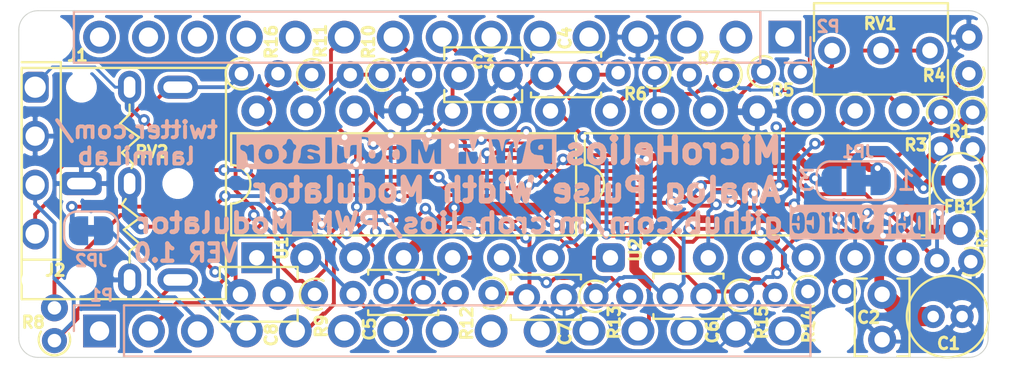
<source format=kicad_pcb>
(kicad_pcb (version 20171130) (host pcbnew "(5.1.5)-3")
  (layers (0 F.Cu signal) (31 B.Cu signal) (34 B.Paste user) (35 F.Paste user) (36 B.SilkS user) (37 F.SilkS user) (38 B.Mask user) (39 F.Mask user) (44 Edge.Cuts user))
  (net 0 "")
  (net 1 /FBREF)
  (net 2 GND)
  (net 3 VCC)
  (net 4 "Net-(C5-Pad2)")
  (net 5 /TRG)
  (net 6 /FBIN2)
  (net 7 /FBIN1)
  (net 8 "Net-(R7-Pad1)")
  (net 9 "Net-(R10-Pad1)")
  (net 10 /REF)
  (net 11 "Net-(P1-Pad13)")
  (net 12 "Net-(P1-Pad11)")
  (net 13 "Net-(P1-Pad10)")
  (net 14 "Net-(P1-Pad9)")
  (net 15 "Net-(P1-Pad8)")
  (net 16 "Net-(P1-Pad6)")
  (net 17 "Net-(P1-Pad1)")
  (net 18 "Net-(P2-Pad15)")
  (net 19 "Net-(P2-Pad14)")
  (net 20 "Net-(P2-Pad13)")
  (net 21 "Net-(P2-Pad12)")
  (net 22 "Net-(P2-Pad11)")
  (net 23 "Net-(P2-Pad7)")
  (net 24 "Net-(P2-Pad6)")
  (net 25 "Net-(P2-Pad5)")
  (net 26 "Net-(P2-Pad3)")
  (net 27 "Net-(P2-Pad2)")
  (net 28 "Net-(P2-Pad1)")
  (net 29 +5V)
  (net 30 "Net-(C4-Pad2)")
  (net 31 "Net-(C5-Pad1)")
  (net 32 "Net-(C6-Pad2)")
  (net 33 "Net-(C6-Pad1)")
  (net 34 "Net-(R5-Pad2)")
  (net 35 "Net-(R6-Pad1)")
  (net 36 "Net-(R7-Pad2)")
  (net 37 "Net-(R11-Pad1)")
  (net 38 "Net-(FB1-Pad1)")
  (net 39 VS)
  (net 40 +3V3)
  (net 41 /OUT2)
  (net 42 /OUT1)
  (net 43 "Net-(JP2-Pad2)")
  (net 44 "Net-(C8-Pad1)")
  (net 45 /INR)
  (net 46 /INL)
  (net 47 /CLKOUT)
  (module Logo:open-source-smal (layer B.Cu) (at 122.2 99.1 180)
    (fp_text reference G*** hide)
    (fp_text value LOGO hide)
  )
  (module Logo:PWM-Modulator (layer B.Cu) (at 97.8 95.55 180)
    (fp_text reference G*** hide)
    (fp_text value LOGO hide)
  )
  (module Connector_PinHeader_2.54mm:PinHeader_1x04_P2.54mm_Vertical (layer F.Cu) (at 79.05 92.3)
    (fp_text reference J2 (at 1.05 9.5) (layer F.SilkS) (effects (font (size 0.6 0.6))))
    (fp_text value "Header 1X4")
    (pad 1 thru_hole roundrect (at 0 0) (size 1.4 1.6) (drill 1.1) (layers *.Cu *.Mask) (net 3 VCC))
    (pad 2 thru_hole oval (at 0 2.54) (size 1.4 1.6) (drill 1) (layers *.Cu *.Mask) (net 2 GND))
    (pad 3 thru_hole oval (at 0 5.08) (size 1.4 1.6) (drill 1) (layers *.Cu *.Mask) (net 46 /INL))
    (pad 4 thru_hole oval (at 0 7.62) (size 1.4 1.6) (drill 1) (layers *.Cu *.Mask) (net 45 /INR))
  )
  (module Jack:FC68131CLIFF (layer F.Cu) (at 81.45 97.3)
    (fp_text reference J1 (at -0.2 -6.65 180) (layer F.SilkS) (effects (font (size 0.6 0.6) (thickness 0.16))))
    (fp_text value AudioJack3 hide)
    (pad "" np_thru_hole circle (at -2.5 5 180) (size 1.2 1.2) (drill 1.2) (layers *.Cu *.Mask))
    (pad "" np_thru_hole circle (at 0 5 180) (size 1.2 1.2) (drill 1.2) (layers *.Cu *.Mask))
    (pad "" np_thru_hole circle (at 0 -5 180) (size 1.2 1.2) (drill 1.2) (layers *.Cu *.Mask))
    (pad S thru_hole roundrect (at 0 0 180) (size 2.1 1.2) (drill oval 1.5 0.6) (layers *.Cu *.Mask) (net 2 GND))
    (pad T thru_hole oval (at 5 5 180) (size 2.1 1.2) (drill oval 1.5 0.6) (layers *.Cu *.Mask) (net 46 /INL))
    (pad R thru_hole oval (at 5 -5 180) (size 2.1 1.2) (drill oval 1.5 0.6) (layers *.Cu *.Mask) (net 45 /INR))
    (pad "" np_thru_hole circle (at 5 0 180) (size 1.2 1.2) (drill 1.2) (layers *.Cu *.Mask))
  )
  (module Resistor_THT:R_Axial_DIN0309_L9.0mm_D3.2mm_P2.54mm_Vertical (layer F.Cu) (at 127.05 97.15 270)
    (fp_text reference FB1 (at 1.35 0) (layer F.SilkS) (effects (font (size 0.6 0.6) (thickness 0.16))))
    (fp_text value Ferrite_Bead)
    (pad 1 thru_hole circle (at 0 0 270) (size 1.6 1.6) (drill 0.8) (layers *.Cu *.Mask) (net 38 "Net-(FB1-Pad1)"))
    (pad 2 thru_hole oval (at 2.54 0 270) (size 1.6 1.6) (drill 0.8) (layers *.Cu *.Mask) (net 3 VCC))
  )
  (module Resistor_THT:R_Axial_DIN0204_L3.6mm_D1.6mm_P1.90mm_Vertical (layer F.Cu) (at 126.05 93.6 270)
    (fp_text reference R3 (at 1.7 1.3) (layer F.SilkS) (effects (font (size 0.6 0.6) (thickness 0.16))))
    (fp_text value 62K)
    (pad 1 thru_hole circle (at 0 0 270) (size 1.3 1.3) (drill 0.7) (layers *.Cu *.Mask) (net 1 /FBREF))
    (pad 2 thru_hole oval (at 1.9 0 270) (size 1.3 1.3) (drill 0.7) (layers *.Cu *.Mask) (net 3 VCC))
  )
  (module Resistor_THT:R_Axial_DIN0204_L3.6mm_D1.6mm_P1.90mm_Vertical (layer F.Cu) (at 127.7 93.6 270)
    (fp_text reference R1 (at 1 0.65) (layer F.SilkS) (effects (font (size 0.6 0.6) (thickness 0.16))))
    (fp_text value 62K)
    (pad 1 thru_hole circle (at 0 0 270) (size 1.3 1.3) (drill 0.7) (layers *.Cu *.Mask) (net 3 VCC))
    (pad 2 thru_hole oval (at 1.9 0 270) (size 1.3 1.3) (drill 0.7) (layers *.Cu *.Mask) (net 10 /REF))
  )
  (module Resistor_THT:R_Axial_DIN0204_L3.6mm_D1.6mm_P1.90mm_Vertical (layer F.Cu) (at 127.7 101.35 180)
    (fp_text reference R2 (at -0.5 1.2 270) (layer F.SilkS) (effects (font (size 0.5 0.5) (thickness 0.125))))
    (fp_text value 62K)
    (pad 1 thru_hole circle (at 0.1 0 180) (size 1.3 1.3) (drill 0.7) (layers *.Cu *.Mask) (net 2 GND))
    (pad 2 thru_hole oval (at 1.85 0.05 180) (size 1.3 1.3) (drill 0.7) (layers *.Cu *.Mask) (net 10 /REF))
  )
  (module Resistor_THT:R_Axial_DIN0204_L3.6mm_D1.6mm_P1.90mm_Vertical (layer F.Cu) (at 80.05 105.5 90)
    (fp_text reference R8 (at 1 -1.1 180) (layer F.SilkS) (effects (font (size 0.6 0.6) (thickness 0.16))))
    (fp_text value 62K)
    (pad 1 thru_hole circle (at 0.05 0 90) (size 1.3 1.3) (drill 0.7) (layers *.Cu *.Mask) (net 46 /INL))
    (pad 2 thru_hole oval (at 1.75 0 90) (size 1.4 1.4) (drill 0.7) (layers *.Cu *.Mask) (net 44 "Net-(C8-Pad1)"))
  )
  (module Potentiometer_THT:Potentiometer_Omeg_PC16BU_Horizontal (layer F.Cu) (at 83.95 92.3 180)
    (fp_text reference RV2 (at -1.15 -3.35 180) (layer F.SilkS) (effects (font (size 0.6 0.6) (thickness 0.16))))
    (fp_text value R_POT_Small hide)
    (pad 3 thru_hole oval (at 0 -10 180) (size 1.2 1.7) (drill oval 0.6 1.1) (layers *.Cu *.Mask) (net 2 GND))
    (pad 2 thru_hole oval (at 0 -5 180) (size 1.2 1.7) (drill oval 0.6 1.1) (layers *.Cu *.Mask) (net 4 "Net-(C5-Pad2)"))
    (pad 1 thru_hole oval (at 0 0 180) (size 1.2 1.7) (drill oval 0.6 1.1) (layers *.Cu *.Mask) (net 3 VCC))
  )
  (module Resistor_THT:R_Axial_DIN0204_L3.6mm_D1.6mm_P1.90mm_Vertical (layer F.Cu) (at 111.2 91.55 180)
    (fp_text reference R6 (at 1 -1.1) (layer F.SilkS) (effects (font (size 0.6 0.6) (thickness 0.16))))
    (fp_text value 47K)
    (pad 2 thru_hole oval (at 1.9 0 180) (size 1.3 1.4) (drill 0.7) (layers *.Cu *.Mask) (net 5 /TRG))
    (pad 1 thru_hole circle (at 0 0 180) (size 1.3 1.3) (drill 0.7) (layers *.Cu *.Mask) (net 35 "Net-(R6-Pad1)"))
  )
  (module Resistor_THT:R_Axial_DIN0204_L3.6mm_D1.6mm_P1.90mm_Vertical (layer F.Cu) (at 93.6 103.05)
    (fp_text reference R9 (at 0.3 1.65 270) (layer F.SilkS) (effects (font (size 0.6 0.6) (thickness 0.16))))
    (fp_text value 47K)
    (pad 1 thru_hole circle (at -0.05 0) (size 1.4 1.4) (drill 0.7) (layers *.Cu *.Mask) (net 31 "Net-(C5-Pad1)"))
    (pad 2 thru_hole oval (at 1.95 0) (size 1.4 1.4) (drill 0.7) (layers *.Cu *.Mask) (net 4 "Net-(C5-Pad2)"))
  )
  (module Capacitor_THT:C_Disc_D3.8mm_W2.6mm_P2.50mm (layer F.Cu) (at 101.05 91.65)
    (fp_text reference C3 (at 1.25 -0.65) (layer F.SilkS) (effects (font (size 0.6 0.6) (thickness 0.16))))
    (fp_text value 1uF/25V)
    (pad 1 thru_hole circle (at 0 0) (size 1.6 1.6) (drill 0.8) (layers *.Cu *.Mask) (net 10 /REF))
    (pad 2 thru_hole circle (at 2.5 0) (size 1.6 1.6) (drill 0.8) (layers *.Cu *.Mask) (net 2 GND))
  )
  (module Resistor_THT:R_Axial_DIN0204_L3.6mm_D1.6mm_P1.90mm_Vertical (layer F.Cu) (at 115.65 103.1)
    (fp_text reference R15 (at 1.1 1.4 90) (layer F.SilkS) (effects (font (size 0.6 0.6) (thickness 0.16))))
    (fp_text value 30K9)
    (pad 2 thru_hole oval (at 1.8 0) (size 1.3 1.3) (drill 0.7) (layers *.Cu *.Mask) (net 4 "Net-(C5-Pad2)"))
    (pad 1 thru_hole circle (at 0.05 0) (size 1.3 1.3) (drill 0.7) (layers *.Cu *.Mask) (net 33 "Net-(C6-Pad1)"))
  )
  (module Resistor_THT:R_Axial_DIN0204_L3.6mm_D1.6mm_P1.90mm_Vertical (layer F.Cu) (at 119.15 102.9)
    (fp_text reference R14 (at 0.05 1.8 270) (layer F.SilkS) (effects (font (size 0.6 0.6) (thickness 0.16))))
    (fp_text value 30K9)
    (pad 2 thru_hole oval (at 1.9 0) (size 1.3 1.3) (drill 0.7) (layers *.Cu *.Mask) (net 33 "Net-(C6-Pad1)"))
    (pad 1 thru_hole circle (at 0 0) (size 1.3 1.3) (drill 0.7) (layers *.Cu *.Mask) (net 32 "Net-(C6-Pad2)"))
  )
  (module Resistor_THT:R_Axial_DIN0204_L3.6mm_D1.6mm_P1.90mm_Vertical (layer F.Cu) (at 89.75 91.6)
    (fp_text reference R16 (at 1.55 -1.65 90) (layer F.SilkS) (effects (font (size 0.6 0.6) (thickness 0.16))))
    (fp_text value 62K)
    (pad 1 thru_hole circle (at 0 0) (size 1.3 1.3) (drill 0.7) (layers *.Cu *.Mask) (net 45 /INR))
    (pad 2 thru_hole oval (at 1.9 0) (size 1.4 1.4) (drill 0.7) (layers *.Cu *.Mask) (net 44 "Net-(C8-Pad1)"))
  )
  (module Resistor_THT:R_Axial_DIN0204_L3.6mm_D1.6mm_P1.90mm_Vertical (layer F.Cu) (at 93.45 91.65)
    (fp_text reference R11 (at 0.4 -1.75 90) (layer F.SilkS) (effects (font (size 0.6 0.6) (thickness 0.16))))
    (fp_text value 47K)
    (pad 1 thru_hole circle (at -0.05 0) (size 1.4 1.4) (drill 0.7) (layers *.Cu *.Mask) (net 37 "Net-(R11-Pad1)"))
    (pad 2 thru_hole oval (at 1.95 0) (size 1.4 1.4) (drill 0.7) (layers *.Cu *.Mask) (net 9 "Net-(R10-Pad1)"))
  )
  (module Resistor_THT:R_Axial_DIN0204_L3.6mm_D1.6mm_P1.90mm_Vertical (layer F.Cu) (at 97.05 91.65)
    (fp_text reference R10 (at -0.7 -1.7 90) (layer F.SilkS) (effects (font (size 0.6 0.6) (thickness 0.16))))
    (fp_text value 47K)
    (pad 1 thru_hole circle (at 0 0) (size 1.4 1.4) (drill 0.7) (layers *.Cu *.Mask) (net 9 "Net-(R10-Pad1)"))
    (pad 2 thru_hole oval (at 1.9 0) (size 1.4 1.4) (drill 0.7) (layers *.Cu *.Mask) (net 31 "Net-(C5-Pad1)"))
  )
  (module Capacitor_THT:C_Disc_D3.8mm_W2.6mm_P2.50mm (layer F.Cu) (at 91.9 103.05 180)
    (fp_text reference C8 (at 0.6 -2.1 270) (layer F.SilkS) (effects (font (size 0.6 0.6) (thickness 0.16))))
    (fp_text value 1uF/25V)
    (pad 1 thru_hole circle (at 0.25 0 180) (size 1.6 1.6) (drill 0.8) (layers *.Cu *.Mask) (net 44 "Net-(C8-Pad1)"))
    (pad 2 thru_hole circle (at 2.2 0 180) (size 1.6 1.6) (drill 0.8) (layers *.Cu *.Mask) (net 4 "Net-(C5-Pad2)"))
  )
  (module Capacitor_THT:C_Disc_D3.8mm_W2.6mm_P2.50mm (layer F.Cu) (at 123 103 270)
    (fp_text reference C2 (at 1.25 0.7 180) (layer F.SilkS) (effects (font (size 0.6 0.6) (thickness 0.16))))
    (fp_text value 1uF/25V)
    (pad 1 thru_hole circle (at 0.05 0 270) (size 1.5 1.5) (drill 0.8) (layers *.Cu *.Mask) (net 3 VCC))
    (pad 2 thru_hole circle (at 2.4 0 270) (size 1.45 1.45) (drill 0.8) (layers *.Cu *.Mask) (net 2 GND))
  )
  (module Jumper:SolderJumper-2_P1.3mm_Bridged_RoundedPad1.0x1.5mm (layer B.Cu) (at 81.95 99.75)
    (fp_text reference JP2 (at 0 1.55) (layer B.SilkS) (effects (font (size 0.6 0.6) (thickness 0.16)) (justify mirror)))
    (fp_text value SolderJumper_2_Bridged hide)
    (fp_poly (pts (xy 0.25 0.3) (xy -0.25 0.3) (xy -0.25 -0.3) (xy 0.25 -0.3)) (layer B.Cu) (width 0))
    (pad 2 smd custom (at 0.65 0) (size 1 0.5) (layers B.Cu B.Mask) (net 43 "Net-(JP2-Pad2)") (options (clearance outline) (anchor rect)) (primitives (gr_circle (center 0 -0.25) (end 0.5 -0.25) (width 0)) (gr_circle (center 0 0.25) (end 0.5 0.25) (width 0)) (gr_poly (pts (xy 0 0.75) (xy -0.5 0.75) (xy -0.5 -0.75) (xy 0 -0.75)) (width 0))))
    (pad 1 smd custom (at -0.65 0) (size 1 0.5) (layers B.Cu B.Mask) (net 10 /REF) (options (clearance outline) (anchor rect)) (primitives (gr_circle (center 0 -0.25) (end 0.5 -0.25) (width 0)) (gr_circle (center 0 0.25) (end 0.5 0.25) (width 0)) (gr_poly (pts (xy 0 0.75) (xy 0.5 0.75) (xy 0.5 -0.75) (xy 0 -0.75)) (width 0))))
  )
  (module Resistor_THT:R_Axial_DIN0204_L3.6mm_D1.6mm_P1.90mm_Vertical (layer F.Cu) (at 108.1 103.15)
    (fp_text reference R13 (at 1 1.35 90) (layer F.SilkS) (effects (font (size 0.6 0.6) (thickness 0.16))))
    (fp_text value 47K)
    (pad 2 thru_hole oval (at 1.8 0) (size 1.4 1.4) (drill 0.7) (layers *.Cu *.Mask) (net 7 /FBIN1))
    (pad 1 thru_hole circle (at 0.05 0) (size 1.3 1.3) (drill 0.7) (layers *.Cu *.Mask) (net 32 "Net-(C6-Pad2)"))
  )
  (module Resistor_THT:R_Axial_DIN0204_L3.6mm_D1.6mm_P1.90mm_Vertical (layer F.Cu) (at 102.75 103 180)
    (fp_text reference R12 (at 1.3 -1.55 90) (layer F.SilkS) (effects (font (size 0.6 0.6) (thickness 0.16))))
    (fp_text value 47K)
    (pad 2 thru_hole oval (at 1.9 0 180) (size 1.4 1.4) (drill 0.7) (layers *.Cu *.Mask) (net 6 /FBIN2))
    (pad 1 thru_hole circle (at 0 0 180) (size 1.4 1.4) (drill 0.7) (layers *.Cu *.Mask) (net 1 /FBREF))
  )
  (module Resistor_THT:R_Axial_DIN0204_L3.6mm_D1.6mm_P1.90mm_Vertical (layer F.Cu) (at 114.9 91.65 180)
    (fp_text reference R7 (at 0.9 0.85) (layer F.SilkS) (effects (font (size 0.6 0.6) (thickness 0.16))))
    (fp_text value 56K)
    (pad 1 thru_hole circle (at 0 0 180) (size 1.4 1.4) (drill 0.7) (layers *.Cu *.Mask) (net 8 "Net-(R7-Pad1)"))
    (pad 2 thru_hole oval (at 1.9 0 180) (size 1.3 1.3) (drill 0.7) (layers *.Cu *.Mask) (net 36 "Net-(R7-Pad2)"))
  )
  (module Resistor_THT:R_Axial_DIN0204_L3.6mm_D1.6mm_P1.90mm_Vertical (layer F.Cu) (at 116.85 91.5)
    (fp_text reference R5 (at 1 0.95) (layer F.SilkS) (effects (font (size 0.6 0.6) (thickness 0.16))))
    (fp_text value 1K)
    (pad 1 thru_hole circle (at 0 0) (size 1.3 1.3) (drill 0.7) (layers *.Cu *.Mask) (net 30 "Net-(C4-Pad2)"))
    (pad 2 thru_hole oval (at 1.9 0) (size 1.3 1.3) (drill 0.7) (layers *.Cu *.Mask) (net 34 "Net-(R5-Pad2)"))
  )
  (module Resistor_THT:R_Axial_DIN0204_L3.6mm_D1.6mm_P1.90mm_Vertical (layer F.Cu) (at 127.5 91.6 90)
    (fp_text reference R4 (at -0.1 -1.8 180) (layer F.SilkS) (effects (font (size 0.6 0.6) (thickness 0.16))))
    (fp_text value 62K)
    (pad 1 thru_hole circle (at 0 0 90) (size 1.4 1.4) (drill 0.7) (layers *.Cu *.Mask) (net 1 /FBREF))
    (pad 2 thru_hole oval (at 1.9 0 90) (size 1.4 1.4) (drill 0.7) (layers *.Cu *.Mask) (net 2 GND))
  )
  (module "" (layer F.Cu) (at 120.6 104.8)
    (fp_text reference "" (at 0 0) (layer F.SilkS) (effects (font (size 0.6 0.6) (thickness 0.16))))
    (fp_text value "Mounting Hole" hide)
    (pad "" np_thru_hole circle (at -0.1 0.15 180) (size 2.05 2.05) (drill 2.05) (layers *.Cu *.Mask))
  )
  (module "" (layer F.Cu) (at 79.95 89.7)
    (fp_text reference "" (at 0 0) (layer F.SilkS) (effects (font (size 0.6 0.6) (thickness 0.16))))
    (fp_text value "Mounting Hole" hide)
    (pad "" np_thru_hole circle (at -0.1 0.1 180) (size 2.05 2.05) (drill 2.05) (layers *.Cu *.Mask))
  )
  (module Jumper:SolderJumper-3_P1.3mm_Bridged12_RoundedPad1.0x1.5mm_NumberLabels (layer B.Cu) (at 121.65 97.15 180)
    (fp_text reference JP1 (at -0.1 1.5 180) (layer B.SilkS) (effects (font (size 0.6 0.6) (thickness 0.16)) (justify mirror)))
    (fp_text value SolderJumper_3_Bridged12 hide)
    (fp_text user 3 (at 2.6 0) (layer B.SilkS) (effects (justify mirror)))
    (fp_text user 1 (at -2.6 0) (layer B.SilkS) (effects (justify mirror)))
    (fp_poly (pts (xy -0.9 0.3) (xy -0.4 0.3) (xy -0.4 -0.3) (xy -0.9 -0.3)) (layer B.Cu) (width 0))
    (pad 3 smd custom (at 1.3 0 180) (size 1 0.5) (layers B.Cu B.Mask) (net 40 +3V3) (options (clearance outline) (anchor rect)) (primitives (gr_circle (center 0 -0.25) (end 0.5 -0.25) (width 0)) (gr_circle (center 0 0.25) (end 0.5 0.25) (width 0)) (gr_poly (pts (xy -0.55 0.75) (xy 0 0.75) (xy 0 -0.75) (xy -0.55 -0.75)) (width 0))))
    (pad 2 smd rect (at 0 0 180) (size 1 1.5) (layers B.Cu B.Mask) (net 38 "Net-(FB1-Pad1)"))
    (pad 1 smd custom (at -1.3 0 180) (size 1 0.5) (layers B.Cu B.Mask) (net 29 +5V) (options (clearance outline) (anchor rect)) (primitives (gr_poly (pts (xy 0.55 0.75) (xy 0 0.75) (xy 0 -0.75) (xy 0.55 -0.75)) (width 0)) (gr_circle (center 0 -0.25) (end 0.5 -0.25) (width 0)) (gr_circle (center 0 0.25) (end 0.5 0.25) (width 0))))
  )
  (module Capacitor_THT:C_Radial_D4.0mm_H7.0mm_P1.50mm (layer F.Cu) (at 125.65 104.2)
    (fp_text reference C1 (at 0.8 1.4) (layer F.SilkS) (effects (font (size 0.6 0.6) (thickness 0.16))))
    (fp_text value 47uF)
    (pad 1 thru_hole circle (at 0 0) (size 1.2 1.2) (drill 0.6) (layers *.Cu *.Mask) (net 3 VCC))
    (pad 2 thru_hole circle (at 1.5 0) (size 1.2 1.2) (drill 0.6) (layers *.Cu *.Mask) (net 2 GND))
  )
  (module Connector_PinHeader_2.54mm:PinHeader_1x15_P2.54mm_Vertical (layer B.Cu) (at 117.95 89.7 90)
    (fp_text reference P2 (at 0.55 2.25) (layer B.SilkS) (effects (font (size 0.6 0.6) (thickness 0.16)) (justify mirror)))
    (fp_text value Conn_01x15 hide)
    (pad 1 thru_hole rect (at 0 0 90) (size 1.7 1.7) (drill 1) (layers *.Cu *.Mask) (net 28 "Net-(P2-Pad1)"))
    (pad 2 thru_hole oval (at 0 -2.54 90) (size 1.7 1.7) (drill 1) (layers *.Cu *.Mask) (net 27 "Net-(P2-Pad2)"))
    (pad 3 thru_hole oval (at 0 -5.08 90) (size 1.7 1.7) (drill 1) (layers *.Cu *.Mask) (net 26 "Net-(P2-Pad3)"))
    (pad 4 thru_hole oval (at 0 -7.62 90) (size 1.7 1.7) (drill 1) (layers *.Cu *.Mask) (net 2 GND))
    (pad 5 thru_hole oval (at 0 -10.16 90) (size 1.7 1.7) (drill 1) (layers *.Cu *.Mask) (net 25 "Net-(P2-Pad5)"))
    (pad 6 thru_hole oval (at 0 -12.7 90) (size 1.7 1.7) (drill 1) (layers *.Cu *.Mask) (net 24 "Net-(P2-Pad6)"))
    (pad 7 thru_hole oval (at 0 -15.24 90) (size 1.7 1.7) (drill 1) (layers *.Cu *.Mask) (net 23 "Net-(P2-Pad7)"))
    (pad 8 thru_hole oval (at 0 -17.78 90) (size 1.7 1.7) (drill 1) (layers *.Cu *.Mask) (net 42 /OUT1))
    (pad 9 thru_hole oval (at 0 -20.32 90) (size 1.7 1.7) (drill 1) (layers *.Cu *.Mask) (net 41 /OUT2))
    (pad 10 thru_hole oval (at 0 -22.86 90) (size 1.7 1.7) (drill 1) (layers *.Cu *.Mask) (net 47 /CLKOUT))
    (pad 11 thru_hole oval (at 0 -25.4 90) (size 1.7 1.7) (drill 1) (layers *.Cu *.Mask) (net 22 "Net-(P2-Pad11)"))
    (pad 12 thru_hole oval (at 0 -27.94 90) (size 1.7 1.7) (drill 1) (layers *.Cu *.Mask) (net 21 "Net-(P2-Pad12)"))
    (pad 13 thru_hole oval (at 0 -30.48 90) (size 1.7 1.7) (drill 1) (layers *.Cu *.Mask) (net 20 "Net-(P2-Pad13)"))
    (pad 14 thru_hole oval (at 0 -33.02 90) (size 1.7 1.7) (drill 1) (layers *.Cu *.Mask) (net 19 "Net-(P2-Pad14)"))
    (pad 15 thru_hole oval (at 0 -35.56 90) (size 1.7 1.7) (drill 1) (layers *.Cu *.Mask) (net 18 "Net-(P2-Pad15)"))
  )
  (module Connector_PinHeader_2.54mm:PinHeader_1x15_P2.54mm_Vertical (layer B.Cu) (at 82.39 104.95 270)
    (fp_text reference P1 (at -1.85 -0.11) (layer B.SilkS) (effects (font (size 0.6 0.6) (thickness 0.16)) (justify mirror)))
    (fp_text value Conn_01x15 hide)
    (pad 1 thru_hole rect (at 0 0 270) (size 1.7 1.7) (drill 1) (layers *.Cu *.Mask) (net 17 "Net-(P1-Pad1)"))
    (pad 2 thru_hole oval (at 0 -2.54 270) (size 1.7 1.7) (drill 1) (layers *.Cu *.Mask) (net 40 +3V3))
    (pad 3 thru_hole oval (at 0 -5.08 270) (size 1.7 1.7) (drill 1) (layers *.Cu *.Mask) (net 43 "Net-(JP2-Pad2)"))
    (pad 4 thru_hole oval (at 0 -7.62 270) (size 1.7 1.7) (drill 1) (layers *.Cu *.Mask) (net 46 /INL))
    (pad 5 thru_hole oval (at 0 -10.16 270) (size 1.7 1.7) (drill 1) (layers *.Cu *.Mask) (net 7 /FBIN1))
    (pad 6 thru_hole oval (at 0 -12.7 270) (size 1.7 1.7) (drill 1) (layers *.Cu *.Mask) (net 16 "Net-(P1-Pad6)"))
    (pad 7 thru_hole oval (at 0 -15.24 270) (size 1.65 1.65) (drill 1) (layers *.Cu *.Mask) (net 6 /FBIN2))
    (pad 8 thru_hole oval (at 0 -17.78 270) (size 1.7 1.7) (drill 1) (layers *.Cu *.Mask) (net 15 "Net-(P1-Pad8)"))
    (pad 9 thru_hole oval (at 0 -20.32 270) (size 1.7 1.7) (drill 1) (layers *.Cu *.Mask) (net 14 "Net-(P1-Pad9)"))
    (pad 10 thru_hole oval (at 0 -22.86 270) (size 1.7 1.7) (drill 1) (layers *.Cu *.Mask) (net 13 "Net-(P1-Pad10)"))
    (pad 11 thru_hole oval (at 0 -25.4 270) (size 1.5 1.7) (drill 1) (layers *.Cu *.Mask) (net 12 "Net-(P1-Pad11)"))
    (pad 12 thru_hole oval (at 0 -27.94 270) (size 1.5 1.7) (drill 1) (layers *.Cu *.Mask) (net 29 +5V))
    (pad 13 thru_hole oval (at 0 -30.48 270) (size 1.5 1.7) (drill 1) (layers *.Cu *.Mask) (net 11 "Net-(P1-Pad13)"))
    (pad 14 thru_hole oval (at 0 -33.02 270) (size 1.7 1.7) (drill 1) (layers *.Cu *.Mask) (net 2 GND))
    (pad 15 thru_hole oval (at 0 -35.56 270) (size 1.5 1.7) (drill 1) (layers *.Cu *.Mask) (net 39 VS))
  )
  (module Package_DIP:DIP-14_W7.62mm (layer F.Cu) (at 108.9 101.15 90)
    (fp_text reference U2 (at 0.4 1.3 90) (layer F.SilkS) (effects (font (size 0.6 0.6) (thickness 0.16))))
    (fp_text value "Quad Comparator")
    (pad 1 thru_hole roundrect (at 0 0 90) (size 1.5 1.5) (drill 0.8) (layers *.Cu *.Mask) (net 42 /OUT1))
    (pad 8 thru_hole oval (at 7.62 15.24 90) (size 1.6 1.6) (drill 0.8) (layers *.Cu *.Mask) (net 47 /CLKOUT))
    (pad 2 thru_hole oval (at 0 2.54 90) (size 1.6 1.6) (drill 0.8) (layers *.Cu *.Mask) (net 5 /TRG))
    (pad 9 thru_hole oval (at 7.62 12.7 90) (size 1.6 1.6) (drill 0.8) (layers *.Cu *.Mask) (net 5 /TRG))
    (pad 3 thru_hole oval (at 0 5.08 90) (size 1.6 1.6) (drill 0.8) (layers *.Cu *.Mask) (net 37 "Net-(R11-Pad1)"))
    (pad 10 thru_hole oval (at 7.62 10.16 90) (size 1.6 1.55) (drill 0.8) (layers *.Cu *.Mask) (net 10 /REF))
    (pad 4 thru_hole oval (at 0 7.62 90) (size 1.6 1.6) (drill 0.8) (layers *.Cu *.Mask) (net 3 VCC))
    (pad 11 thru_hole oval (at 7.62 7.62 90) (size 1.6 1.6) (drill 0.8) (layers *.Cu *.Mask) (net 2 GND))
    (pad 5 thru_hole oval (at 0 10.16 90) (size 1.5 1.5) (drill 0.8) (layers *.Cu *.Mask) (net 31 "Net-(C5-Pad1)"))
    (pad 12 thru_hole oval (at 7.62 5.08 90) (size 1.6 1.6) (drill 0.8) (layers *.Cu *.Mask) (net 36 "Net-(R7-Pad2)"))
    (pad 6 thru_hole oval (at 0 12.7 90) (size 1.6 1.6) (drill 0.8) (layers *.Cu *.Mask) (net 5 /TRG))
    (pad 13 thru_hole oval (at 7.62 2.54 90) (size 1.5 1.6) (drill 0.8) (layers *.Cu *.Mask) (net 35 "Net-(R6-Pad1)"))
    (pad 7 thru_hole oval (at 0 15.24 90) (size 1.6 1.6) (drill 0.8) (layers *.Cu *.Mask) (net 41 /OUT2))
    (pad 14 thru_hole oval (at 7.62 0 90) (size 1.6 1.6) (drill 0.8) (layers *.Cu *.Mask) (net 8 "Net-(R7-Pad1)"))
  )
  (module Package_DIP:DIP-14_W7.62mm (layer F.Cu) (at 90.55 101.15 90)
    (fp_text reference U1 (at 0.5 1.3 90) (layer F.SilkS) (effects (font (size 0.6 0.6) (thickness 0.16))))
    (fp_text value "Quad Opamp")
    (pad 1 thru_hole rect (at 0 0 90) (size 1.6 1.6) (drill 0.8) (layers *.Cu *.Mask) (net 31 "Net-(C5-Pad1)"))
    (pad 8 thru_hole oval (at 7.62 15.24 90) (size 1.6 1.6) (drill 0.8) (layers *.Cu *.Mask) (net 5 /TRG))
    (pad 2 thru_hole oval (at 0 2.54 90) (size 1.6 1.6) (drill 0.8) (layers *.Cu *.Mask) (net 4 "Net-(C5-Pad2)"))
    (pad 9 thru_hole oval (at 7.62 12.7 90) (size 1.6 1.6) (drill 0.8) (layers *.Cu *.Mask) (net 30 "Net-(C4-Pad2)"))
    (pad 3 thru_hole oval (at 0 5.08 90) (size 1.6 1.6) (drill 0.8) (layers *.Cu *.Mask) (net 10 /REF))
    (pad 10 thru_hole oval (at 7.62 10.16 90) (size 1.6 1.6) (drill 0.8) (layers *.Cu *.Mask) (net 10 /REF))
    (pad 4 thru_hole oval (at 0 7.62 90) (size 1.6 1.6) (drill 0.8) (layers *.Cu *.Mask) (net 3 VCC))
    (pad 11 thru_hole oval (at 7.62 7.62 90) (size 1.6 1.6) (drill 0.8) (layers *.Cu *.Mask) (net 2 GND))
    (pad 5 thru_hole oval (at 0 10.16 90) (size 1.6 1.6) (drill 0.8) (layers *.Cu *.Mask) (net 1 /FBREF))
    (pad 12 thru_hole oval (at 7.62 5.08 90) (size 1.6 1.6) (drill 0.8) (layers *.Cu *.Mask) (net 10 /REF))
    (pad 6 thru_hole oval (at 0 12.7 90) (size 1.5 1.5) (drill 0.8) (layers *.Cu *.Mask) (net 32 "Net-(C6-Pad2)"))
    (pad 13 thru_hole oval (at 7.62 2.54 90) (size 1.6 1.6) (drill 0.8) (layers *.Cu *.Mask) (net 9 "Net-(R10-Pad1)"))
    (pad 7 thru_hole oval (at 0 15.24 90) (size 1.5 1.5) (drill 0.8) (layers *.Cu *.Mask) (net 33 "Net-(C6-Pad1)"))
    (pad 14 thru_hole oval (at 7.62 0 90) (size 1.6 1.6) (drill 0.8) (layers *.Cu *.Mask) (net 37 "Net-(R11-Pad1)"))
  )
  (module Potentiometer_THT:Potentiometer_Bourns_3266Y_Vertical (layer F.Cu) (at 120.4 90.4 180)
    (fp_text reference RV1 (at -2.5 1.4) (layer F.SilkS) (effects (font (size 0.6 0.6) (thickness 0.16))))
    (fp_text value "Trimpot 12 turns")
    (pad 1 thru_hole circle (at 0 0 180) (size 1.44 1.44) (drill 0.8) (layers *.Cu *.Mask) (net 8 "Net-(R7-Pad1)"))
    (pad 2 thru_hole circle (at -2.54 0 180) (size 1.44 1.44) (drill 0.8) (layers *.Cu *.Mask) (net 34 "Net-(R5-Pad2)"))
    (pad 3 thru_hole circle (at -5.08 0 180) (size 1.44 1.44) (drill 0.8) (layers *.Cu *.Mask) (net 34 "Net-(R5-Pad2)"))
  )
  (module Capacitor_THT:C_Disc_D3.4mm_W2.1mm_P2.50mm (layer F.Cu) (at 107.85 91.65 180)
    (fp_text reference C4 (at 1.3 1.9 90) (layer F.SilkS) (effects (font (size 0.6 0.6) (thickness 0.16))))
    (fp_text value 68pF/5%/C0G)
    (pad 1 thru_hole circle (at 0.3 0 180) (size 1.6 1.6) (drill 0.8) (layers *.Cu *.Mask) (net 5 /TRG))
    (pad 2 thru_hole circle (at 2.3 0 180) (size 1.6 1.6) (drill 0.8) (layers *.Cu *.Mask) (net 30 "Net-(C4-Pad2)"))
  )
  (module Capacitor_THT:C_Disc_D3.4mm_W2.1mm_P2.50mm (layer F.Cu) (at 96.9 102.95)
    (fp_text reference C5 (at -0.5 1.9 90) (layer F.SilkS) (effects (font (size 0.6 0.6) (thickness 0.16))))
    (fp_text value 68pF/5%/C0G)
    (pad 2 thru_hole circle (at 2.3 0) (size 1.3 1.3) (drill 0.8) (layers *.Cu *.Mask) (net 4 "Net-(C5-Pad2)"))
    (pad 1 thru_hole circle (at 0.35 -0.05) (size 1.3 1.3) (drill 0.8) (layers *.Cu *.Mask) (net 31 "Net-(C5-Pad1)"))
  )
  (module Capacitor_THT:C_Disc_D3.4mm_W2.1mm_P2.50mm (layer F.Cu) (at 114.2 103.15 180)
    (fp_text reference C6 (at 0 -1.85 90) (layer F.SilkS) (effects (font (size 0.6 0.6) (thickness 0.16))))
    (fp_text value 68pF/5%/C0G)
    (pad 2 thru_hole circle (at 2.2 0 180) (size 1.4 1.4) (drill 0.8) (layers *.Cu *.Mask) (net 32 "Net-(C6-Pad2)"))
    (pad 1 thru_hole circle (at 0.45 0 180) (size 1.4 1.4) (drill 0.8) (layers *.Cu *.Mask) (net 33 "Net-(C6-Pad1)"))
  )
  (module Capacitor_THT:C_Disc_D3.4mm_W2.1mm_P2.50mm (layer F.Cu) (at 106.8 103.2 180)
    (fp_text reference C7 (at 0.25 -1.9 90) (layer F.SilkS) (effects (font (size 0.6 0.6) (thickness 0.16))))
    (fp_text value 68pF/5%/C0G)
    (pad 2 thru_hole circle (at 2.25 0 180) (size 1.4 1.4) (drill 0.8) (layers *.Cu *.Mask) (net 1 /FBREF))
    (pad 1 thru_hole circle (at 0.3 0 180) (size 1.4 1.4) (drill 0.8) (layers *.Cu *.Mask) (net 2 GND))
  )
  (gr_text "twitter.com/\nlanmiLab" (at 84.3 95.2) (layer B.SilkS) (effects (font (size 0.85 0.9) (thickness 0.2)) (justify mirror)))
  (gr_text github.com/microhelios/PWM_Modulator (at 101.1 99.35) (layer B.SilkS) (effects (font (size 1 1.1) (thickness 0.25)) (justify mirror)))
  (gr_text "VER 1.0" (at 86.85 100.9) (layer B.SilkS) (effects (font (size 0.9 0.9) (thickness 0.225)) (justify mirror)))
  (gr_text "Analog Pulse Width Modulator" (at 104.05 97.65) (layer B.SilkS) (effects (font (size 1.2 1.2) (thickness 0.3)) (justify mirror)))
  (gr_text MicroHelios (at 112.15 95.6) (layer B.SilkS) (effects (font (size 1.3 1.3) (thickness 0.325)) (justify mirror)))
  (gr_arc (start 79.2 105.319896) (end 78.2 105.302292) (angle -91.00853073) (layer Edge.Cuts) (width 0.05))
  (gr_arc (start 79.2 89.33) (end 79.2 88.33) (angle -90) (layer Edge.Cuts) (width 0.05))
  (gr_arc (start 127.5 89.329999) (end 128.5 89.35) (angle -91.14582011) (layer Edge.Cuts) (width 0.05))
  (gr_arc (start 127.5 105.32) (end 127.5 106.32) (angle -91.14432959) (layer Edge.Cuts) (width 0.05))
  (gr_line (start 127.5 106.32) (end 79.2 106.320051) (layer Edge.Cuts) (width 0.05))
  (gr_line (start 128.5 89.35) (end 128.5 105.3) (layer Edge.Cuts) (width 0.05))
  (gr_line (start 79.2 88.33) (end 127.5 88.329799) (layer Edge.Cuts) (width 0.05))
  (gr_line (start 78.2 105.3) (end 78.2 89.33) (layer Edge.Cuts) (width 0.05))
  (segment (start 126.05 93.05) (end 126.05 93.6) (width 0.2) (layer F.Cu) (net 1))
  (segment (start 127.5 91.6) (end 126.05 93.05) (width 0.2) (layer F.Cu) (net 1))
  (segment (start 101.05 101.49) (end 100.71 101.15) (width 0.2) (layer F.Cu) (net 1))
  (segment (start 102.75 103) (end 104.6 103) (width 0.2) (layer F.Cu) (net 1))
  (segment (start 106.016386 95.58275) (end 105.999136 95.6) (width 0.15) (layer F.Cu) (net 1))
  (segment (start 126.05 93.65) (end 126.05 93.6) (width 0.2) (layer F.Cu) (net 1))
  (segment (start 109.87499 95.82501) (end 110.274991 95.425009) (width 0.2) (layer F.Cu) (net 1))
  (segment (start 123.870103 95.829897) (end 126.05 93.65) (width 0.2) (layer F.Cu) (net 1))
  (segment (start 106.016386 95.58275) (end 106.156296 95.44284) (width 0.2) (layer F.Cu) (net 1))
  (segment (start 107.068664 95.82501) (end 109.87499 95.82501) (width 0.2) (layer F.Cu) (net 1))
  (segment (start 106.686493 95.44284) (end 107.068664 95.82501) (width 0.2) (layer F.Cu) (net 1))
  (segment (start 106.156296 95.44284) (end 106.686493 95.44284) (width 0.2) (layer F.Cu) (net 1))
  (segment (start 110.274991 95.425009) (end 115.391344 95.42501) (width 0.2) (layer F.Cu) (net 1))
  (segment (start 115.416398 95.399956) (end 118.799496 95.399956) (width 0.2) (layer F.Cu) (net 1))
  (segment (start 115.391344 95.42501) (end 115.416398 95.399956) (width 0.2) (layer F.Cu) (net 1))
  (segment (start 118.799496 95.399956) (end 119.229437 95.829897) (width 0.2) (layer F.Cu) (net 1))
  (segment (start 119.229437 95.829897) (end 123.870103 95.829897) (width 0.2) (layer F.Cu) (net 1))
  (via (at 102.495547 95.734058) (size 0.6) (drill 0.3) (layers F.Cu B.Cu) (net 1))
  (segment (start 103.084584 95.569285) (end 102.919811 95.734058) (width 0.2) (layer F.Cu) (net 1))
  (segment (start 106.002921 95.569285) (end 103.084584 95.569285) (width 0.2) (layer F.Cu) (net 1))
  (segment (start 106.016386 95.58275) (end 106.002921 95.569285) (width 0.2) (layer F.Cu) (net 1))
  (segment (start 102.919811 95.734058) (end 102.495547 95.734058) (width 0.2) (layer F.Cu) (net 1))
  (segment (start 104.65 103.05) (end 104.6 103) (width 0.2) (layer F.Cu) (net 1))
  (segment (start 104.55 103.15) (end 104.65 103.05) (width 0.2) (layer F.Cu) (net 1))
  (segment (start 100.71 101.15) (end 101.695998 101.15) (width 0.2) (layer F.Cu) (net 1))
  (segment (start 102.495547 95.734058) (end 102.495547 98.064925) (width 0.2) (layer B.Cu) (net 1))
  (segment (start 102.745999 100.099999) (end 104.106357 100.099999) (width 0.2) (layer F.Cu) (net 1))
  (segment (start 101.695998 101.15) (end 102.745999 100.099999) (width 0.2) (layer F.Cu) (net 1))
  (segment (start 104.7 100.524264) (end 104.7 100.1) (width 0.2) (layer F.Cu) (net 1))
  (segment (start 104.6 103) (end 104.7 102.9) (width 0.2) (layer F.Cu) (net 1))
  (segment (start 104.7 102.9) (end 104.7 100.524264) (width 0.2) (layer F.Cu) (net 1))
  (via (at 104.515526 100.107983) (size 0.6) (drill 0.3) (layers F.Cu B.Cu) (net 1))
  (segment (start 104.7 100.1) (end 104.523509 100.1) (width 0.15) (layer F.Cu) (net 1))
  (segment (start 104.523509 100.1) (end 104.515526 100.107983) (width 0.15) (layer F.Cu) (net 1))
  (segment (start 103.915311 99.484689) (end 103.915311 99.507768) (width 0.15) (layer B.Cu) (net 1))
  (segment (start 103.915311 99.484689) (end 104.300001 99.869379) (width 0.2) (layer B.Cu) (net 1))
  (segment (start 103.915311 99.507768) (end 104.515526 100.107983) (width 0.15) (layer B.Cu) (net 1))
  (segment (start 102.495547 98.064925) (end 103.915311 99.484689) (width 0.2) (layer B.Cu) (net 1))
  (segment (start 104.507542 100.099999) (end 104.515526 100.107983) (width 0.15) (layer F.Cu) (net 1))
  (segment (start 104.106357 100.099999) (end 104.507542 100.099999) (width 0.15) (layer F.Cu) (net 1))
  (segment (start 110.33 89.7) (end 110.2 89.83) (width 0.2) (layer B.Cu) (net 2))
  (segment (start 110.33 90.902081) (end 110.25 90.982081) (width 0.2) (layer B.Cu) (net 2))
  (segment (start 110.33 89.7) (end 110.33 90.902081) (width 0.2) (layer B.Cu) (net 2))
  (segment (start 110.25 90.982081) (end 110.25 93.968002) (width 0.2) (layer B.Cu) (net 2))
  (segment (start 127.749999 103.600001) (end 127.15 104.2) (width 0.2) (layer B.Cu) (net 2))
  (segment (start 127.75 101.3) (end 127.749999 103.600001) (width 0.2) (layer B.Cu) (net 2))
  (segment (start 125.85 105.5) (end 123 105.5) (width 0.2) (layer B.Cu) (net 2))
  (segment (start 127.15 104.2) (end 125.85 105.5) (width 0.2) (layer B.Cu) (net 2))
  (segment (start 110.25 93.968002) (end 111.381998 95.1) (width 0.2) (layer B.Cu) (net 2))
  (segment (start 111.381998 95.1) (end 114.038002 95.1) (width 0.2) (layer B.Cu) (net 2))
  (segment (start 83.15 102.3) (end 82.2 101.35) (width 0.2) (layer B.Cu) (net 2))
  (segment (start 83.95 102.3) (end 83.15 102.3) (width 0.2) (layer B.Cu) (net 2))
  (segment (start 116.4 93.65) (end 116.52 93.53) (width 0.2) (layer B.Cu) (net 2))
  (segment (start 115.473913 93.65) (end 116.4 93.65) (width 0.2) (layer B.Cu) (net 2))
  (segment (start 114.038002 95.1) (end 114.038002 95.085911) (width 0.2) (layer B.Cu) (net 2))
  (segment (start 114.038002 95.085911) (end 115.473913 93.65) (width 0.2) (layer B.Cu) (net 2))
  (segment (start 106.198002 94.75) (end 105.188002 94.75) (width 0.2) (layer B.Cu) (net 2))
  (segment (start 108.293012 94.63001) (end 107.850502 94.187498) (width 0.2) (layer B.Cu) (net 2))
  (segment (start 109.587992 94.63001) (end 108.293012 94.63001) (width 0.2) (layer B.Cu) (net 2))
  (segment (start 106.760504 94.187498) (end 106.198002 94.75) (width 0.2) (layer B.Cu) (net 2))
  (segment (start 110.25 93.968002) (end 109.587992 94.63001) (width 0.2) (layer B.Cu) (net 2))
  (segment (start 107.850502 94.187498) (end 106.760504 94.187498) (width 0.2) (layer B.Cu) (net 2))
  (segment (start 103.55 91.65) (end 104.689999 92.789999) (width 0.2) (layer B.Cu) (net 2))
  (segment (start 105.188002 94.499997) (end 105.188002 94.75) (width 0.2) (layer B.Cu) (net 2))
  (segment (start 104.689999 92.789999) (end 104.689999 94.001994) (width 0.2) (layer B.Cu) (net 2))
  (segment (start 103.55 91.65) (end 101.810001 93.389999) (width 0.2) (layer B.Cu) (net 2))
  (segment (start 101.810001 93.389999) (end 101.810001 94.058001) (width 0.2) (layer B.Cu) (net 2))
  (segment (start 98.55 96.61901) (end 98.17 96.23901) (width 0.2) (layer B.Cu) (net 2))
  (segment (start 98.17 94.66137) (end 98.17 93.53) (width 0.2) (layer B.Cu) (net 2))
  (segment (start 98.17 96.23901) (end 98.17 94.66137) (width 0.2) (layer B.Cu) (net 2))
  (segment (start 101.810001 94.058001) (end 101.609001 94.259001) (width 0.2) (layer B.Cu) (net 2))
  (segment (start 104.689999 94.001994) (end 104.401994 94.001994) (width 0.2) (layer B.Cu) (net 2))
  (segment (start 118.614717 94.63001) (end 117.514707 93.53) (width 0.2) (layer B.Cu) (net 2))
  (segment (start 117.514707 93.53) (end 116.52 93.53) (width 0.2) (layer B.Cu) (net 2))
  (segment (start 128.150001 100.899999) (end 128.150001 99.161999) (width 0.2) (layer B.Cu) (net 2))
  (segment (start 125.390686 96.940686) (end 123.08001 94.63001) (width 0.2) (layer B.Cu) (net 2))
  (segment (start 128.150001 99.161999) (end 127.238003 98.250001) (width 0.2) (layer B.Cu) (net 2))
  (segment (start 119.812202 94.63001) (end 119.804832 94.62264) (width 0.2) (layer B.Cu) (net 2))
  (segment (start 119.221458 94.63001) (end 118.614717 94.63001) (width 0.2) (layer B.Cu) (net 2))
  (segment (start 123.08001 94.63001) (end 119.812202 94.63001) (width 0.2) (layer B.Cu) (net 2))
  (segment (start 127.75 101.3) (end 128.150001 100.899999) (width 0.2) (layer B.Cu) (net 2))
  (segment (start 119.228828 94.62264) (end 119.221458 94.63001) (width 0.2) (layer B.Cu) (net 2))
  (segment (start 127.238003 98.250001) (end 126.521999 98.250001) (width 0.2) (layer B.Cu) (net 2))
  (segment (start 125.438012 96.940686) (end 125.390686 96.940686) (width 0.2) (layer B.Cu) (net 2))
  (segment (start 125.750012 97.252686) (end 125.438012 96.940686) (width 0.2) (layer B.Cu) (net 2))
  (segment (start 125.750012 97.478014) (end 125.750012 97.252686) (width 0.2) (layer B.Cu) (net 2))
  (segment (start 119.804832 94.62264) (end 119.228828 94.62264) (width 0.2) (layer B.Cu) (net 2))
  (segment (start 126.521999 98.250001) (end 125.750012 97.478014) (width 0.2) (layer B.Cu) (net 2))
  (segment (start 122.170343 99.691655) (end 122.150734 99.711264) (width 0.2) (layer B.Cu) (net 2))
  (segment (start 122.170343 100.092341) (end 122.75 100.671998) (width 0.2) (layer B.Cu) (net 2))
  (segment (start 122.170343 99.691655) (end 122.170343 100.092341) (width 0.2) (layer B.Cu) (net 2))
  (segment (start 122.75 100.671998) (end 122.75 101.35) (width 0.2) (layer B.Cu) (net 2))
  (segment (start 122.75 101.35) (end 124.15 102.75) (width 0.15) (layer B.Cu) (net 2))
  (segment (start 125.7 102.75) (end 127.15 104.2) (width 0.2) (layer B.Cu) (net 2))
  (segment (start 124.15 102.75) (end 125.7 102.75) (width 0.2) (layer B.Cu) (net 2))
  (segment (start 124.3 104.1) (end 123 105.4) (width 0.2) (layer B.Cu) (net 2))
  (segment (start 124.3 102.75) (end 124.3 104.1) (width 0.2) (layer B.Cu) (net 2))
  (segment (start 124.3 102.75) (end 125.15 102.75) (width 0.15) (layer B.Cu) (net 2))
  (segment (start 124.15 102.75) (end 124.3 102.75) (width 0.15) (layer B.Cu) (net 2))
  (segment (start 103.669999 94.630001) (end 103.673585 94.630001) (width 0.15) (layer B.Cu) (net 2))
  (segment (start 103.673585 94.630001) (end 104.257585 94.046001) (width 0.15) (layer B.Cu) (net 2))
  (segment (start 104.257585 94.046001) (end 104.325001 94.046001) (width 0.15) (layer B.Cu) (net 2))
  (segment (start 105.188002 94.461988) (end 105.188002 94.499997) (width 0.15) (layer B.Cu) (net 2))
  (segment (start 104.728008 94.001994) (end 105.188002 94.461988) (width 0.15) (layer B.Cu) (net 2))
  (segment (start 104.689999 94.001994) (end 104.728008 94.001994) (width 0.15) (layer B.Cu) (net 2))
  (segment (start 126.800001 90.819997) (end 126.800001 90.399999) (width 0.2) (layer B.Cu) (net 2))
  (segment (start 126.800001 90.399999) (end 127.5 89.7) (width 0.2) (layer B.Cu) (net 2))
  (segment (start 126.199997 91.420001) (end 126.800001 90.819997) (width 0.2) (layer B.Cu) (net 2))
  (segment (start 120.3 92.95) (end 121.75 91.5) (width 0.2) (layer B.Cu) (net 2))
  (segment (start 121.75 91.5) (end 121.75 91.45) (width 0.2) (layer B.Cu) (net 2))
  (segment (start 120.3 94.6) (end 120.3 92.95) (width 0.2) (layer B.Cu) (net 2))
  (segment (start 121.75 91.45) (end 121.779999 91.420001) (width 0.2) (layer B.Cu) (net 2))
  (segment (start 121.779999 91.420001) (end 126.199997 91.420001) (width 0.2) (layer B.Cu) (net 2))
  (segment (start 83.25 95.5) (end 82.05 96.7) (width 0.2) (layer B.Cu) (net 2))
  (segment (start 96.300001 97.188013) (end 96.300001 96.011999) (width 0.2) (layer B.Cu) (net 2))
  (segment (start 98.238001 98.550011) (end 97.661999 98.550011) (width 0.2) (layer B.Cu) (net 2))
  (segment (start 97.661999 98.550011) (end 96.300001 97.188013) (width 0.2) (layer B.Cu) (net 2))
  (segment (start 95.788002 95.5) (end 83.25 95.5) (width 0.2) (layer B.Cu) (net 2))
  (segment (start 82.05 96.7) (end 81.45 97.3) (width 0.2) (layer B.Cu) (net 2))
  (segment (start 96.300001 96.011999) (end 95.788002 95.5) (width 0.2) (layer B.Cu) (net 2))
  (segment (start 98.17 92.39863) (end 98.12137 92.35) (width 0.15) (layer B.Cu) (net 2))
  (segment (start 98.17 93.53) (end 98.17 92.39863) (width 0.15) (layer B.Cu) (net 2))
  (segment (start 98.12137 92.264372) (end 98 92.143002) (width 0.15) (layer B.Cu) (net 2))
  (segment (start 98.12137 92.35) (end 98.12137 92.264372) (width 0.15) (layer B.Cu) (net 2))
  (segment (start 101.609001 94.259001) (end 102.35182 94.259001) (width 0.2) (layer B.Cu) (net 2))
  (segment (start 102.72282 94.630001) (end 103.669999 94.630001) (width 0.2) (layer B.Cu) (net 2))
  (segment (start 102.35182 94.259001) (end 102.72282 94.630001) (width 0.2) (layer B.Cu) (net 2))
  (segment (start 103.742001 100.124999) (end 103.900999 100.283997) (width 0.15) (layer B.Cu) (net 2))
  (segment (start 101.124999 100.074999) (end 101.2 100.15) (width 0.15) (layer B.Cu) (net 2))
  (segment (start 101.673999 100.425001) (end 102.383997 100.425001) (width 0.15) (layer B.Cu) (net 2))
  (segment (start 100.8 100) (end 100.874999 100.074999) (width 0.15) (layer B.Cu) (net 2))
  (segment (start 100.874999 100.074999) (end 101.124999 100.074999) (width 0.15) (layer B.Cu) (net 2))
  (segment (start 103.524999 100.124999) (end 103.742001 100.124999) (width 0.15) (layer B.Cu) (net 2))
  (segment (start 101.398998 100.15) (end 101.673999 100.425001) (width 0.15) (layer B.Cu) (net 2))
  (segment (start 98.238001 98.550011) (end 99.68799 100) (width 0.15) (layer B.Cu) (net 2))
  (segment (start 99.68799 100) (end 100.8 100) (width 0.15) (layer B.Cu) (net 2))
  (segment (start 101.2 100.15) (end 101.398998 100.15) (width 0.15) (layer B.Cu) (net 2))
  (segment (start 102.383997 100.425001) (end 102.733999 100.074999) (width 0.15) (layer B.Cu) (net 2))
  (segment (start 102.733999 100.074999) (end 103.474999 100.074999) (width 0.15) (layer B.Cu) (net 2))
  (segment (start 103.474999 100.074999) (end 103.524999 100.124999) (width 0.15) (layer B.Cu) (net 2))
  (segment (start 103.958501 100.341499) (end 104.024999 100.407997) (width 0.15) (layer B.Cu) (net 2))
  (segment (start 103.900999 100.283997) (end 103.958501 100.341499) (width 0.15) (layer B.Cu) (net 2))
  (segment (start 106.033112 94.75) (end 105.188002 94.75) (width 0.2) (layer B.Cu) (net 2))
  (segment (start 108.103372 96.82026) (end 106.033112 94.75) (width 0.2) (layer B.Cu) (net 2))
  (segment (start 107.199999 101.050001) (end 108.070586 100.179414) (width 0.2) (layer B.Cu) (net 2))
  (segment (start 106.5 103.2) (end 107.199999 102.500001) (width 0.2) (layer B.Cu) (net 2))
  (segment (start 107.199999 102.500001) (end 107.199999 101.050001) (width 0.2) (layer B.Cu) (net 2))
  (segment (start 98.550001 96.606856) (end 98.550001 98.238011) (width 0.2) (layer B.Cu) (net 2))
  (segment (start 100.406892 94.749965) (end 98.550001 96.606856) (width 0.2) (layer B.Cu) (net 2))
  (segment (start 98.550001 98.238011) (end 98.238001 98.550011) (width 0.2) (layer B.Cu) (net 2))
  (segment (start 101.118037 94.749965) (end 100.406892 94.749965) (width 0.2) (layer B.Cu) (net 2))
  (segment (start 101.609001 94.259001) (end 101.118037 94.749965) (width 0.2) (layer B.Cu) (net 2))
  (segment (start 107.276243 98.9) (end 108.1 98.9) (width 0.15) (layer B.Cu) (net 2))
  (segment (start 108.1 98.9) (end 108.103372 96.82026) (width 0.2) (layer B.Cu) (net 2))
  (segment (start 104.764999 100.744379) (end 104.764999 100.682984) (width 0.15) (layer B.Cu) (net 2))
  (segment (start 104.764999 100.682984) (end 105.397983 100.05) (width 0.15) (layer B.Cu) (net 2))
  (segment (start 103.958501 100.341499) (end 103.958501 100.378881) (width 0.15) (layer B.Cu) (net 2))
  (segment (start 106.359656 100.05) (end 106.92837 99.481286) (width 0.15) (layer B.Cu) (net 2))
  (segment (start 106.92837 99.481286) (end 106.92837 99.247873) (width 0.15) (layer B.Cu) (net 2))
  (segment (start 103.958501 100.378881) (end 104.323999 100.744379) (width 0.15) (layer B.Cu) (net 2))
  (segment (start 105.397983 100.05) (end 106.359656 100.05) (width 0.15) (layer B.Cu) (net 2))
  (segment (start 104.323999 100.744379) (end 104.764999 100.744379) (width 0.15) (layer B.Cu) (net 2))
  (segment (start 106.92837 99.247873) (end 107.276243 98.9) (width 0.15) (layer B.Cu) (net 2))
  (segment (start 106.5 104.189949) (end 106.5 103.2) (width 0.15) (layer B.Cu) (net 2))
  (segment (start 106.5 105.209583) (end 106.5 104.189949) (width 0.15) (layer B.Cu) (net 2))
  (segment (start 107.265427 105.97501) (end 106.5 105.209583) (width 0.15) (layer B.Cu) (net 2))
  (segment (start 114.38499 105.97501) (end 107.265427 105.97501) (width 0.15) (layer B.Cu) (net 2))
  (segment (start 115.41 104.95) (end 114.38499 105.97501) (width 0.15) (layer B.Cu) (net 2))
  (segment (start 120.452685 98.549999) (end 121.028687 98.549999) (width 0.2) (layer B.Cu) (net 2))
  (segment (start 119.802684 99.2) (end 120.452685 98.549999) (width 0.2) (layer B.Cu) (net 2))
  (segment (start 121.028687 98.549999) (end 122.170343 99.691655) (width 0.2) (layer B.Cu) (net 2))
  (segment (start 118.250006 94.994721) (end 118.250006 97.676952) (width 0.2) (layer B.Cu) (net 2))
  (segment (start 118.250006 97.676952) (end 117.83778 98.089178) (width 0.2) (layer B.Cu) (net 2))
  (segment (start 117.83778 98.66518) (end 118.3726 99.2) (width 0.2) (layer B.Cu) (net 2))
  (segment (start 117.83778 98.089178) (end 117.83778 98.66518) (width 0.2) (layer B.Cu) (net 2))
  (segment (start 118.3726 99.2) (end 119.802684 99.2) (width 0.2) (layer B.Cu) (net 2))
  (segment (start 118.614717 94.63001) (end 118.250006 94.994721) (width 0.2) (layer B.Cu) (net 2))
  (segment (start 114.75 102.008002) (end 115.419999 101.338003) (width 0.2) (layer B.Cu) (net 2))
  (segment (start 115.749996 96.811994) (end 114.038002 95.1) (width 0.2) (layer B.Cu) (net 2))
  (segment (start 114.749999 102.669997) (end 114.75 102.008002) (width 0.2) (layer B.Cu) (net 2))
  (segment (start 114.750001 102.669999) (end 114.749999 102.669997) (width 0.2) (layer B.Cu) (net 2))
  (segment (start 115.800001 98.138005) (end 115.749996 98.088) (width 0.2) (layer B.Cu) (net 2))
  (segment (start 115.800001 98.513195) (end 115.800001 98.138005) (width 0.2) (layer B.Cu) (net 2))
  (segment (start 115.419999 101.338003) (end 115.419999 98.893197) (width 0.2) (layer B.Cu) (net 2))
  (segment (start 115.749996 98.088) (end 115.749996 96.811994) (width 0.2) (layer B.Cu) (net 2))
  (segment (start 115.419999 98.893197) (end 115.800001 98.513195) (width 0.2) (layer B.Cu) (net 2))
  (segment (start 115.255999 104.025001) (end 117.4 104.025001) (width 0.15) (layer B.Cu) (net 2))
  (segment (start 114.774999 103.544001) (end 115.255999 104.025001) (width 0.15) (layer B.Cu) (net 2))
  (segment (start 114.774999 102.674999) (end 114.774999 103.544001) (width 0.15) (layer B.Cu) (net 2))
  (segment (start 114.750001 102.669999) (end 114.769999 102.669999) (width 0.15) (layer B.Cu) (net 2))
  (segment (start 114.769999 102.669999) (end 114.774999 102.674999) (width 0.15) (layer B.Cu) (net 2))
  (segment (start 117.4 104.025001) (end 117.325416 104.025001) (width 0.15) (layer B.Cu) (net 2))
  (segment (start 115.255999 104.795999) (end 115.41 104.95) (width 0.15) (layer B.Cu) (net 2))
  (segment (start 115.255999 104.025001) (end 115.255999 104.795999) (width 0.15) (layer B.Cu) (net 2))
  (segment (start 118.474573 105.97501) (end 119.1 105.349583) (width 0.15) (layer B.Cu) (net 2))
  (segment (start 119.1 104.15) (end 119.374999 103.875001) (width 0.15) (layer B.Cu) (net 2))
  (segment (start 119.1 105.349583) (end 119.1 104.15) (width 0.15) (layer B.Cu) (net 2))
  (segment (start 115.41 104.95) (end 116.43501 105.97501) (width 0.15) (layer B.Cu) (net 2))
  (segment (start 120.075001 102.455999) (end 120.05 102.430998) (width 0.15) (layer B.Cu) (net 2))
  (segment (start 119.374999 103.875001) (end 119.574999 103.875001) (width 0.15) (layer B.Cu) (net 2))
  (segment (start 120.05 102.430998) (end 120.05 102.2) (width 0.15) (layer B.Cu) (net 2))
  (segment (start 120.05 103.369002) (end 120.075001 103.344001) (width 0.15) (layer B.Cu) (net 2))
  (segment (start 119.574999 103.875001) (end 120.05 103.4) (width 0.15) (layer B.Cu) (net 2))
  (segment (start 120.05 103.4) (end 120.05 103.369002) (width 0.15) (layer B.Cu) (net 2))
  (segment (start 116.43501 105.97501) (end 118.474573 105.97501) (width 0.15) (layer B.Cu) (net 2))
  (segment (start 120.075001 103.344001) (end 120.075001 102.455999) (width 0.15) (layer B.Cu) (net 2))
  (segment (start 80.374999 98.794654) (end 80.5 98.919655) (width 0.15) (layer B.Cu) (net 2))
  (segment (start 80.5 98.919655) (end 80.5 100.292626) (width 0.15) (layer B.Cu) (net 2))
  (segment (start 83.95 101.3) (end 83.95 102.3) (width 0.15) (layer B.Cu) (net 2))
  (segment (start 81.407374 101.2) (end 83.85 101.2) (width 0.15) (layer B.Cu) (net 2))
  (segment (start 80.5 100.292626) (end 81.407374 101.2) (width 0.15) (layer B.Cu) (net 2))
  (segment (start 80.4 97.3) (end 80.374999 97.325001) (width 0.15) (layer B.Cu) (net 2))
  (segment (start 83.85 101.2) (end 83.95 101.3) (width 0.15) (layer B.Cu) (net 2))
  (segment (start 81.45 97.3) (end 80.4 97.3) (width 0.15) (layer B.Cu) (net 2))
  (segment (start 80.374999 97.325001) (end 80.374999 98.794654) (width 0.15) (layer B.Cu) (net 2))
  (segment (start 126.05 95.3) (end 126.05 95.5) (width 0.2) (layer F.Cu) (net 3))
  (segment (start 127.75 93.6) (end 126.05 95.3) (width 0.5) (layer F.Cu) (net 3))
  (segment (start 124.2 104.2) (end 123 103) (width 1) (layer F.Cu) (net 3))
  (segment (start 125.65 104.2) (end 124.2 104.2) (width 1) (layer F.Cu) (net 3))
  (segment (start 123 103) (end 122.85 102.85) (width 0.2) (layer F.Cu) (net 3))
  (segment (start 98.17 101.15) (end 98.3 101.15) (width 0.2) (layer F.Cu) (net 3))
  (segment (start 100.849991 98.600009) (end 100.849991 98.500009) (width 0.2) (layer F.Cu) (net 3))
  (segment (start 100.849991 98.500009) (end 100.899982 98.55) (width 0.2) (layer F.Cu) (net 3))
  (segment (start 117.45 100.22) (end 117.45 99.4) (width 0.5) (layer F.Cu) (net 3))
  (segment (start 116.52 101.15) (end 117.45 100.22) (width 0.5) (layer F.Cu) (net 3))
  (via (at 124.274265 98.875735) (size 0.6) (drill 0.3) (layers F.Cu B.Cu) (net 3))
  (segment (start 127.05 99.69) (end 125.44 99.69) (width 0.5) (layer F.Cu) (net 3))
  (segment (start 125.44 99.69) (end 124.75 99) (width 0.5) (layer F.Cu) (net 3))
  (segment (start 124.75 98.927206) (end 124.75 99) (width 0.2) (layer F.Cu) (net 3))
  (segment (start 124.698529 98.875735) (end 124.75 98.927206) (width 0.2) (layer F.Cu) (net 3))
  (segment (start 124.274265 98.875735) (end 124.698529 98.875735) (width 0.6) (layer F.Cu) (net 3))
  (segment (start 98.3 101.15) (end 98.3 100.9) (width 0.5) (layer F.Cu) (net 3))
  (segment (start 117.15 99.1) (end 117.45 99.4) (width 0.5) (layer F.Cu) (net 3))
  (segment (start 113.525788 99.146925) (end 113.328851 98.949988) (width 0.4) (layer F.Cu) (net 3))
  (segment (start 112.656847 98.949988) (end 112.656835 98.95) (width 0.4) (layer F.Cu) (net 3))
  (segment (start 112.656835 98.95) (end 111.35 98.95) (width 0.4) (layer F.Cu) (net 3))
  (segment (start 113.328851 98.949988) (end 112.656847 98.949988) (width 0.4) (layer F.Cu) (net 3))
  (segment (start 114.901535 99.1) (end 117.15 99.1) (width 0.5) (layer F.Cu) (net 3))
  (segment (start 114.901512 99.099977) (end 114.901535 99.1) (width 0.5) (layer F.Cu) (net 3))
  (segment (start 114.599977 99.099977) (end 114.901512 99.099977) (width 0.5) (layer F.Cu) (net 3))
  (segment (start 114.553029 99.146925) (end 114.599977 99.099977) (width 0.2) (layer F.Cu) (net 3))
  (segment (start 113.525788 99.146925) (end 114.553029 99.146925) (width 0.4) (layer F.Cu) (net 3))
  (via (at 90.049999 96.6) (size 0.6) (drill 0.3) (layers F.Cu B.Cu) (net 3))
  (via (at 88.849999 96.6) (size 0.6) (drill 0.3) (layers F.Cu B.Cu) (net 3))
  (segment (start 90.049999 96.6) (end 88.849999 96.6) (width 0.2) (layer B.Cu) (net 3))
  (segment (start 84.999999 94.299999) (end 84.7 94) (width 0.2) (layer F.Cu) (net 3))
  (segment (start 87.3 96.6) (end 84.999999 94.299999) (width 0.2) (layer F.Cu) (net 3))
  (via (at 84.7 94) (size 0.6) (drill 0.3) (layers F.Cu B.Cu) (net 3))
  (segment (start 88.849999 96.6) (end 87.3 96.6) (width 0.2) (layer F.Cu) (net 3))
  (segment (start 84.6 94) (end 84.7 94) (width 0.2) (layer B.Cu) (net 3))
  (segment (start 83.95 93.35) (end 84.6 94) (width 0.2) (layer B.Cu) (net 3))
  (segment (start 83.95 92.3) (end 83.95 93.35) (width 0.5) (layer B.Cu) (net 3))
  (segment (start 109.4 98.5) (end 109.650044 98.750044) (width 0.3) (layer F.Cu) (net 3))
  (segment (start 109.650044 98.750044) (end 111.150044 98.750044) (width 0.3) (layer F.Cu) (net 3))
  (segment (start 111.150044 98.750044) (end 111.35 98.95) (width 0.3) (layer F.Cu) (net 3))
  (segment (start 109.25 98.35) (end 109.1 98.35) (width 0.2) (layer F.Cu) (net 3))
  (segment (start 109.4 98.5) (end 109.25 98.35) (width 0.3) (layer F.Cu) (net 3))
  (segment (start 119.899988 99.499988) (end 117.549988 99.499988) (width 0.6) (layer F.Cu) (net 3))
  (segment (start 117.549988 99.499988) (end 117.15 99.1) (width 0.6) (layer F.Cu) (net 3))
  (segment (start 120.3 99.9) (end 119.899988 99.499988) (width 0.6) (layer F.Cu) (net 3))
  (segment (start 124.35 97.2) (end 126 95.55) (width 0.6) (layer F.Cu) (net 3))
  (segment (start 124.35 98.8) (end 124.35 97.2) (width 0.6) (layer F.Cu) (net 3))
  (segment (start 124.274265 98.875735) (end 124.35 98.8) (width 0.6) (layer F.Cu) (net 3))
  (segment (start 124.274265 99.199999) (end 123.474264 100) (width 0.6) (layer B.Cu) (net 3))
  (segment (start 122.625736 100) (end 123.05 100) (width 0.5) (layer F.Cu) (net 3))
  (via (at 123.05 100) (size 0.6) (drill 0.3) (layers F.Cu B.Cu) (net 3))
  (segment (start 123.474264 100) (end 123.05 100) (width 0.6) (layer B.Cu) (net 3))
  (segment (start 124.274265 98.875735) (end 124.274265 99.199999) (width 0.6) (layer B.Cu) (net 3))
  (segment (start 122.525736 99.9) (end 122.625736 100) (width 0.5) (layer F.Cu) (net 3))
  (segment (start 120.3 99.9) (end 122.525736 99.9) (width 0.5) (layer F.Cu) (net 3))
  (segment (start 122.85 100.2) (end 123.05 100) (width 0.5) (layer F.Cu) (net 3))
  (segment (start 122.85 102.85) (end 122.85 100.2) (width 0.5) (layer F.Cu) (net 3))
  (segment (start 100.500001 98.849999) (end 100.8 98.55) (width 0.7) (layer F.Cu) (net 3))
  (segment (start 97.181402 96.949989) (end 99.575736 96.949989) (width 0.2) (layer F.Cu) (net 3))
  (segment (start 100 96.949989) (end 100.8 97.749989) (width 0.2) (layer B.Cu) (net 3))
  (segment (start 98.45 100.9) (end 100.500001 98.849999) (width 0.7) (layer F.Cu) (net 3))
  (segment (start 90.049999 96.6) (end 90.750009 97.30001) (width 0.2) (layer F.Cu) (net 3))
  (via (at 100.8 98.55) (size 0.6) (drill 0.3) (layers F.Cu B.Cu) (net 3))
  (via (at 100 96.949989) (size 0.6) (drill 0.3) (layers F.Cu B.Cu) (net 3))
  (segment (start 96.831381 97.30001) (end 97.181402 96.949989) (width 0.2) (layer F.Cu) (net 3))
  (segment (start 100.599991 98.600009) (end 100.749991 98.600009) (width 0.5) (layer F.Cu) (net 3))
  (segment (start 98.3 100.9) (end 98.45 100.9) (width 0.7) (layer F.Cu) (net 3))
  (segment (start 99.575736 96.949989) (end 100 96.949989) (width 0.2) (layer F.Cu) (net 3))
  (segment (start 100.749991 98.600009) (end 100.8 98.55) (width 0.5) (layer F.Cu) (net 3))
  (segment (start 90.750009 97.30001) (end 96.831381 97.30001) (width 0.2) (layer F.Cu) (net 3))
  (segment (start 100.849991 98.600009) (end 100.599991 98.600009) (width 0.5) (layer F.Cu) (net 3))
  (segment (start 100.8 97.749989) (end 100.8 98.55) (width 0.2) (layer B.Cu) (net 3))
  (segment (start 100.849301 98.599301) (end 100.8 98.55) (width 0.7) (layer F.Cu) (net 3))
  (segment (start 103.760621 98.599301) (end 100.849301 98.599301) (width 0.7) (layer F.Cu) (net 3))
  (segment (start 103.78066 98.61934) (end 103.760621 98.599301) (width 0.7) (layer F.Cu) (net 3))
  (segment (start 105.05 98.599301) (end 103.549301 98.599301) (width 0.6) (layer F.Cu) (net 3))
  (segment (start 106.8 98.35) (end 109.1 98.35) (width 0.4) (layer F.Cu) (net 3))
  (segment (start 105.05 98.599301) (end 105.299301 98.35) (width 0.4) (layer F.Cu) (net 3))
  (segment (start 105.299301 98.35) (end 106.8 98.35) (width 0.4) (layer F.Cu) (net 3))
  (segment (start 79.05 92.15) (end 79.05 92.25) (width 0.15) (layer B.Cu) (net 3))
  (segment (start 82.15 91.25) (end 79.95 91.25) (width 0.15) (layer B.Cu) (net 3))
  (segment (start 79.95 91.25) (end 79.05 92.15) (width 0.15) (layer B.Cu) (net 3))
  (segment (start 83.95 92.3) (end 83.2 92.3) (width 0.15) (layer B.Cu) (net 3))
  (segment (start 83.2 92.3) (end 82.15 91.25) (width 0.15) (layer B.Cu) (net 3))
  (segment (start 93.75 101.15) (end 93.09 101.15) (width 0.2) (layer F.Cu) (net 4))
  (segment (start 93.6 101.15) (end 93.09 101.15) (width 0.2) (layer F.Cu) (net 4))
  (segment (start 99.2 103) (end 98.95 103) (width 0.2) (layer F.Cu) (net 4))
  (segment (start 97.064998 103.85) (end 96.9 103.85) (width 0.15) (layer F.Cu) (net 4))
  (segment (start 98.95 103) (end 98.125001 103.824999) (width 0.15) (layer F.Cu) (net 4))
  (segment (start 96.3 103.85) (end 97.064998 103.85) (width 0.2) (layer F.Cu) (net 4))
  (segment (start 95.5 103.05) (end 96.3 103.85) (width 0.2) (layer F.Cu) (net 4))
  (segment (start 98.400001 103.549999) (end 98.125001 103.824999) (width 0.2) (layer F.Cu) (net 4))
  (segment (start 98.550001 103.549999) (end 98.400001 103.549999) (width 0.2) (layer F.Cu) (net 4))
  (segment (start 99.2 102.9) (end 98.550001 103.549999) (width 0.2) (layer F.Cu) (net 4))
  (segment (start 93.6 101.15) (end 93.09 101.15) (width 0.2) (layer B.Cu) (net 4))
  (segment (start 95.5 103.05) (end 93.6 101.15) (width 0.2) (layer B.Cu) (net 4))
  (segment (start 89.449999 100.109999) (end 89.509999 100.049999) (width 0.2) (layer F.Cu) (net 4))
  (segment (start 89.509999 100.049999) (end 91.989999 100.049999) (width 0.2) (layer F.Cu) (net 4))
  (segment (start 91.989999 100.049999) (end 92.290001 100.350001) (width 0.2) (layer F.Cu) (net 4))
  (segment (start 92.290001 100.350001) (end 93.09 101.15) (width 0.2) (layer F.Cu) (net 4))
  (segment (start 89.45 103.05) (end 89.449999 100.109999) (width 0.2) (layer F.Cu) (net 4))
  (segment (start 98.1 103.85) (end 97.064998 103.85) (width 0.15) (layer F.Cu) (net 4))
  (segment (start 98.125001 103.824999) (end 98.1 103.85) (width 0.15) (layer F.Cu) (net 4))
  (via (at 84.55 99.53769) (size 0.6) (drill 0.3) (layers F.Cu B.Cu) (net 4))
  (segment (start 83.95 98.35) (end 83.95 97.3) (width 0.8) (layer B.Cu) (net 4))
  (segment (start 83.95 98.93769) (end 83.95 98.35) (width 0.8) (layer B.Cu) (net 4))
  (segment (start 84.55 99.53769) (end 83.95 98.93769) (width 0.8) (layer B.Cu) (net 4))
  (via (at 88.389821 101.88363) (size 0.6) (drill 0.3) (layers F.Cu B.Cu) (net 4))
  (segment (start 89.7 103.05) (end 88.53363 101.88363) (width 0.2) (layer B.Cu) (net 4))
  (segment (start 88.53363 101.88363) (end 88.389821 101.88363) (width 0.2) (layer B.Cu) (net 4))
  (segment (start 86.043881 99.53769) (end 88.389821 101.88363) (width 0.2) (layer F.Cu) (net 4))
  (segment (start 84.55 99.53769) (end 86.043881 99.53769) (width 0.2) (layer F.Cu) (net 4))
  (segment (start 103.840225 99.269351) (end 103.511416 99.26935) (width 0.2) (layer F.Cu) (net 4))
  (segment (start 103.511416 99.26935) (end 103.492043 99.249977) (width 0.2) (layer F.Cu) (net 4))
  (segment (start 99.45 101.780762) (end 99.2 102.030762) (width 0.2) (layer F.Cu) (net 4))
  (segment (start 99.2 102.030762) (end 99.2 102.95) (width 0.2) (layer F.Cu) (net 4))
  (segment (start 99.45 100.85328) (end 99.45 101.780762) (width 0.2) (layer F.Cu) (net 4))
  (segment (start 101.053303 99.249977) (end 99.45 100.85328) (width 0.2) (layer F.Cu) (net 4))
  (segment (start 103.492043 99.249977) (end 101.053303 99.249977) (width 0.2) (layer F.Cu) (net 4))
  (segment (start 107.163599 98.886401) (end 106.970721 98.886401) (width 0.2) (layer F.Cu) (net 4))
  (segment (start 104.079016 99.174988) (end 103.984653 99.269351) (width 0.15) (layer F.Cu) (net 4))
  (segment (start 103.984653 99.269351) (end 103.840225 99.269351) (width 0.15) (layer F.Cu) (net 4))
  (segment (start 107.163599 98.886401) (end 107.152196 98.874998) (width 0.15) (layer F.Cu) (net 4))
  (segment (start 105.524008 99.174988) (end 104.079016 99.174988) (width 0.15) (layer F.Cu) (net 4))
  (segment (start 107.152196 98.874998) (end 105.823998 98.874998) (width 0.15) (layer F.Cu) (net 4))
  (segment (start 105.823998 98.874998) (end 105.524008 99.174988) (width 0.15) (layer F.Cu) (net 4))
  (segment (start 110.800052 99.200055) (end 109.463644 99.200055) (width 0.2) (layer F.Cu) (net 4))
  (segment (start 109.463644 99.200055) (end 109.113589 98.85) (width 0.2) (layer F.Cu) (net 4))
  (segment (start 111.099997 99.5) (end 110.800052 99.200055) (width 0.2) (layer F.Cu) (net 4))
  (segment (start 111.954853 99.5) (end 111.099997 99.5) (width 0.2) (layer F.Cu) (net 4))
  (segment (start 116.05 102.15) (end 115.85 102.15) (width 0.2) (layer F.Cu) (net 4))
  (segment (start 115.85 102.15) (end 115.080001 101.380001) (width 0.2) (layer F.Cu) (net 4))
  (segment (start 117.45 103.1) (end 116.6 102.25) (width 0.2) (layer F.Cu) (net 4))
  (segment (start 116.15 102.25) (end 116.05 102.15) (width 0.2) (layer F.Cu) (net 4))
  (segment (start 114.508001 100.049999) (end 113.451999 100.049999) (width 0.2) (layer F.Cu) (net 4))
  (segment (start 116.6 102.25) (end 116.15 102.25) (width 0.2) (layer F.Cu) (net 4))
  (segment (start 115.080001 101.380001) (end 115.080001 100.621999) (width 0.2) (layer F.Cu) (net 4))
  (segment (start 107.2 98.85) (end 107.163599 98.886401) (width 0.2) (layer F.Cu) (net 4))
  (segment (start 115.080001 100.621999) (end 114.508001 100.049999) (width 0.2) (layer F.Cu) (net 4))
  (segment (start 109.113589 98.85) (end 107.2 98.85) (width 0.2) (layer F.Cu) (net 4))
  (segment (start 113.451999 100.049999) (end 113.179412 100.322586) (width 0.2) (layer F.Cu) (net 4))
  (segment (start 113.179412 100.322586) (end 112.77744 100.322586) (width 0.2) (layer F.Cu) (net 4))
  (segment (start 112.77744 100.322586) (end 111.954853 99.5) (width 0.2) (layer F.Cu) (net 4))
  (segment (start 107.35 91.97) (end 107.35 91.65) (width 0.2) (layer F.Cu) (net 5))
  (segment (start 109.56 91.65) (end 109.25 91.65) (width 0.2) (layer F.Cu) (net 5))
  (segment (start 109.3 91.65) (end 107.55 91.65) (width 0.2) (layer F.Cu) (net 5))
  (via (at 120.740686 99.15) (size 0.6) (drill 0.3) (layers F.Cu B.Cu) (net 5))
  (segment (start 121.6 101.15) (end 121.6 100.009314) (width 0.2) (layer B.Cu) (net 5))
  (segment (start 121.6 100.009314) (end 120.740686 99.15) (width 0.2) (layer B.Cu) (net 5))
  (segment (start 107.55 91.77) (end 107.55 91.65) (width 0.2) (layer B.Cu) (net 5))
  (segment (start 105.79 93.53) (end 107.55 91.77) (width 0.2) (layer B.Cu) (net 5))
  (segment (start 111.44 101.15) (end 111.44 100.971404) (width 0.2) (layer F.Cu) (net 5))
  (segment (start 108.798766 100.000077) (end 108.697108 99.898419) (width 0.2) (layer F.Cu) (net 5))
  (segment (start 111.44 100.971404) (end 110.468673 100.000077) (width 0.2) (layer F.Cu) (net 5))
  (segment (start 110.468673 100.000077) (end 108.798766 100.000077) (width 0.2) (layer F.Cu) (net 5))
  (via (at 108.697108 99.898419) (size 0.6) (drill 0.3) (layers F.Cu B.Cu) (net 5))
  (segment (start 108.697108 99.898419) (end 108.697108 96.072108) (width 0.2) (layer B.Cu) (net 5))
  (via (at 107.5 94.875) (size 0.6) (drill 0.3) (layers F.Cu B.Cu) (net 5))
  (segment (start 108.697108 96.072108) (end 107.5 94.875) (width 0.2) (layer B.Cu) (net 5))
  (segment (start 106.155 93.53) (end 107.200001 94.575001) (width 0.2) (layer F.Cu) (net 5))
  (segment (start 107.200001 94.575001) (end 107.5 94.875) (width 0.2) (layer F.Cu) (net 5))
  (segment (start 105.79 93.53) (end 106.155 93.53) (width 0.2) (layer F.Cu) (net 5))
  (segment (start 119.900103 95.229897) (end 119.517436 95.229897) (width 0.2) (layer F.Cu) (net 5))
  (segment (start 121.6 93.53) (end 119.900103 95.229897) (width 0.2) (layer F.Cu) (net 5))
  (via (at 119.517436 95.229897) (size 0.6) (drill 0.3) (layers F.Cu B.Cu) (net 5))
  (via (at 118.437781 98.377179) (size 0.6) (drill 0.3) (layers F.Cu B.Cu) (net 5))
  (segment (start 120.740686 99.15) (end 120.390686 98.8) (width 0.2) (layer F.Cu) (net 5))
  (segment (start 118.860602 98.8) (end 118.73778 98.677178) (width 0.2) (layer F.Cu) (net 5))
  (segment (start 118.73778 98.677178) (end 118.437781 98.377179) (width 0.2) (layer F.Cu) (net 5))
  (segment (start 120.390686 98.8) (end 118.860602 98.8) (width 0.2) (layer F.Cu) (net 5))
  (segment (start 118.650013 96.09732) (end 118.650013 98.164947) (width 0.2) (layer B.Cu) (net 5))
  (segment (start 118.650013 98.164947) (end 118.437781 98.377179) (width 0.2) (layer B.Cu) (net 5))
  (segment (start 119.517436 95.229897) (end 118.650013 96.09732) (width 0.2) (layer B.Cu) (net 5))
  (segment (start 115.598697 98.257528) (end 115.174433 98.257528) (width 0.2) (layer F.Cu) (net 5))
  (segment (start 115.891168 98.549999) (end 115.598697 98.257528) (width 0.2) (layer F.Cu) (net 5))
  (segment (start 116.638003 98.549999) (end 115.891168 98.549999) (width 0.2) (layer F.Cu) (net 5))
  (segment (start 118.437781 98.377179) (end 116.810823 98.377179) (width 0.2) (layer F.Cu) (net 5))
  (via (at 115.174433 98.257528) (size 0.6) (drill 0.3) (layers F.Cu B.Cu) (net 5))
  (segment (start 116.810823 98.377179) (end 116.638003 98.549999) (width 0.2) (layer F.Cu) (net 5))
  (segment (start 114.874434 97.957529) (end 115.174433 98.257528) (width 0.2) (layer B.Cu) (net 5))
  (segment (start 111.44 100.36) (end 112.724996 99.075004) (width 0.2) (layer B.Cu) (net 5))
  (segment (start 111.44 101.15) (end 111.44 100.36) (width 0.2) (layer B.Cu) (net 5))
  (segment (start 112.724996 99.075004) (end 112.824996 99.075004) (width 0.2) (layer B.Cu) (net 5))
  (segment (start 114.666903 97.749998) (end 114.874434 97.957529) (width 0.2) (layer B.Cu) (net 5))
  (segment (start 112.824996 99.075004) (end 114.150002 97.749998) (width 0.2) (layer B.Cu) (net 5))
  (segment (start 114.150002 97.749998) (end 114.666903 97.749998) (width 0.2) (layer B.Cu) (net 5))
  (segment (start 100.85 103) (end 100.050001 103.799999) (width 0.2) (layer F.Cu) (net 6))
  (segment (start 100.050001 103.799999) (end 99.806003 103.799999) (width 0.2) (layer F.Cu) (net 6))
  (segment (start 99.806003 103.799999) (end 99.756002 103.85) (width 0.2) (layer F.Cu) (net 6))
  (segment (start 99.756002 103.85) (end 99.7 103.85) (width 0.2) (layer F.Cu) (net 6))
  (segment (start 99.7 103.85) (end 99.6 103.95) (width 0.2) (layer F.Cu) (net 6))
  (segment (start 98.63 103.95) (end 97.63 104.95) (width 0.2) (layer F.Cu) (net 6))
  (segment (start 99.6 103.95) (end 98.63 103.95) (width 0.2) (layer F.Cu) (net 6))
  (segment (start 94.540011 100.359989) (end 94.75 100.15) (width 0.15) (layer F.Cu) (net 7))
  (segment (start 95.15 99.95) (end 95.214265 99.885735) (width 0.2) (layer F.Cu) (net 7))
  (segment (start 94.95 99.95) (end 95.15 99.95) (width 0.2) (layer F.Cu) (net 7))
  (via (at 95.214265 99.885735) (size 0.6) (drill 0.3) (layers F.Cu B.Cu) (net 7))
  (segment (start 94.75 100.15) (end 94.95 99.95) (width 0.2) (layer F.Cu) (net 7))
  (segment (start 94.515001 103.615001) (end 94.515001 103.565001) (width 0.2) (layer F.Cu) (net 7))
  (segment (start 94.080001 104.050001) (end 94.515001 103.615001) (width 0.2) (layer F.Cu) (net 7))
  (segment (start 93.999999 104.050001) (end 94.080001 104.050001) (width 0.2) (layer F.Cu) (net 7))
  (segment (start 94.515001 103.565001) (end 94.55 103.530002) (width 0.2) (layer F.Cu) (net 7))
  (segment (start 92.55 104.95) (end 93.1 104.95) (width 0.2) (layer F.Cu) (net 7))
  (segment (start 93.1 104.95) (end 93.999999 104.050001) (width 0.2) (layer F.Cu) (net 7))
  (segment (start 94.55 101.534302) (end 94.540011 101.524313) (width 0.2) (layer F.Cu) (net 7))
  (segment (start 94.55 103.530002) (end 94.55 101.534302) (width 0.2) (layer F.Cu) (net 7))
  (segment (start 94.540011 101.524313) (end 94.540011 100.359989) (width 0.15) (layer F.Cu) (net 7))
  (via (at 99.3 98.599996) (size 0.6) (drill 0.3) (layers F.Cu B.Cu) (net 7))
  (via (at 97.4 99.200002) (size 0.6) (drill 0.3) (layers F.Cu B.Cu) (net 7))
  (segment (start 98.699994 99.200002) (end 97.4 99.200002) (width 0.2) (layer F.Cu) (net 7))
  (segment (start 99.3 98.599996) (end 98.699994 99.200002) (width 0.2) (layer F.Cu) (net 7))
  (segment (start 96.4 99.2) (end 97.399998 99.2) (width 0.2) (layer B.Cu) (net 7))
  (segment (start 95.714265 99.885735) (end 96.4 99.2) (width 0.2) (layer B.Cu) (net 7))
  (segment (start 95.214265 99.885735) (end 95.714265 99.885735) (width 0.2) (layer B.Cu) (net 7))
  (segment (start 97.399998 99.2) (end 97.4 99.200002) (width 0.2) (layer B.Cu) (net 7))
  (via (at 101.95 99.85) (size 0.6) (drill 0.3) (layers F.Cu B.Cu) (net 7))
  (segment (start 101.65302 99.85001) (end 102.077284 99.85001) (width 0.15) (layer B.Cu) (net 7))
  (segment (start 101.65302 99.85001) (end 101.353011 99.550001) (width 0.2) (layer B.Cu) (net 7))
  (segment (start 100.250005 99.550001) (end 99.599999 98.899995) (width 0.2) (layer B.Cu) (net 7))
  (segment (start 99.599999 98.899995) (end 99.3 98.599996) (width 0.2) (layer B.Cu) (net 7))
  (segment (start 101.353011 99.550001) (end 100.250005 99.550001) (width 0.2) (layer B.Cu) (net 7))
  (segment (start 108.95001 102.20001) (end 108.2454 102.20001) (width 0.2) (layer F.Cu) (net 7))
  (segment (start 109.9 103.15) (end 108.95001 102.20001) (width 0.2) (layer F.Cu) (net 7))
  (segment (start 108.2454 102.20001) (end 106.890001 100.844611) (width 0.2) (layer F.Cu) (net 7))
  (segment (start 103.395637 99.679024) (end 103.366601 99.649988) (width 0.15) (layer F.Cu) (net 7))
  (segment (start 103.779024 99.679024) (end 103.395637 99.679024) (width 0.15) (layer F.Cu) (net 7))
  (segment (start 103.940969 99.679024) (end 103.779024 99.679024) (width 0.15) (layer F.Cu) (net 7))
  (segment (start 102.150012 99.649988) (end 101.95 99.85) (width 0.2) (layer F.Cu) (net 7))
  (segment (start 103.366601 99.649988) (end 102.150012 99.649988) (width 0.2) (layer F.Cu) (net 7))
  (segment (start 104.275002 99.524998) (end 104.976002 99.524998) (width 0.15) (layer F.Cu) (net 7))
  (segment (start 106.219642 100.1) (end 106.890001 100.770359) (width 0.15) (layer F.Cu) (net 7))
  (segment (start 106.890001 100.770359) (end 106.890001 100.844611) (width 0.15) (layer F.Cu) (net 7))
  (segment (start 104.120976 99.679024) (end 104.275002 99.524998) (width 0.15) (layer F.Cu) (net 7))
  (segment (start 105.551004 100.1) (end 106.219642 100.1) (width 0.15) (layer F.Cu) (net 7))
  (segment (start 104.976002 99.524998) (end 105.551004 100.1) (width 0.15) (layer F.Cu) (net 7))
  (segment (start 103.779024 99.679024) (end 104.120976 99.679024) (width 0.15) (layer F.Cu) (net 7))
  (segment (start 116.150001 92.450001) (end 116.15 92.45) (width 0.15) (layer B.Cu) (net 8))
  (segment (start 117.306001 92.450001) (end 116.150001 92.450001) (width 0.15) (layer B.Cu) (net 8))
  (segment (start 116.049999 92.349999) (end 116.150001 92.450001) (width 0.2) (layer B.Cu) (net 8))
  (segment (start 115.599999 92.349999) (end 116.049999 92.349999) (width 0.2) (layer B.Cu) (net 8))
  (segment (start 114.9 91.65) (end 115.599999 92.349999) (width 0.2) (layer B.Cu) (net 8))
  (segment (start 120.4 91.209998) (end 119.179999 92.429999) (width 0.2) (layer F.Cu) (net 8))
  (segment (start 120.4 90.4) (end 120.4 91.209998) (width 0.2) (layer F.Cu) (net 8))
  (segment (start 119.179999 92.429999) (end 118.229999 92.429999) (width 0.15) (layer F.Cu) (net 8))
  (segment (start 113.850001 92.349999) (end 113.770001 92.429999) (width 0.2) (layer F.Cu) (net 8))
  (segment (start 114.9 91.65) (end 114.200001 92.349999) (width 0.2) (layer F.Cu) (net 8))
  (segment (start 114.200001 92.349999) (end 113.850001 92.349999) (width 0.2) (layer F.Cu) (net 8))
  (segment (start 113.770001 92.429999) (end 113.65 92.429999) (width 0.15) (layer F.Cu) (net 8))
  (segment (start 113.770001 92.429999) (end 113.626003 92.429999) (width 0.2) (layer F.Cu) (net 8))
  (segment (start 109.954999 92.475001) (end 110.975001 92.475001) (width 0.2) (layer F.Cu) (net 8))
  (segment (start 111.922999 92.475001) (end 111.644001 92.475001) (width 0.15) (layer F.Cu) (net 8))
  (segment (start 111.644001 92.475001) (end 110.975001 92.475001) (width 0.15) (layer F.Cu) (net 8))
  (segment (start 108.9 93.53) (end 109.954999 92.475001) (width 0.2) (layer F.Cu) (net 8))
  (segment (start 111.924928 92.47999) (end 111.52999 92.47999) (width 0.2) (layer F.Cu) (net 8))
  (segment (start 112.094938 92.65) (end 111.924928 92.47999) (width 0.2) (layer F.Cu) (net 8))
  (segment (start 111.52999 92.47999) (end 111.525001 92.475001) (width 0.2) (layer F.Cu) (net 8))
  (segment (start 113.570001 92.429999) (end 113.5 92.5) (width 0.2) (layer F.Cu) (net 8))
  (segment (start 113.45 92.5) (end 113.3 92.65) (width 0.2) (layer F.Cu) (net 8))
  (segment (start 113.65 92.429999) (end 113.570001 92.429999) (width 0.2) (layer F.Cu) (net 8))
  (segment (start 113.5 92.5) (end 113.45 92.5) (width 0.2) (layer F.Cu) (net 8))
  (segment (start 113.3 92.65) (end 112.094938 92.65) (width 0.2) (layer F.Cu) (net 8))
  (segment (start 117.549999 92.450001) (end 117.55 92.45) (width 0.2) (layer B.Cu) (net 8))
  (segment (start 118.209998 92.45) (end 117.974264 92.45) (width 0.2) (layer F.Cu) (net 8))
  (segment (start 117.974264 92.45) (end 117.55 92.45) (width 0.2) (layer F.Cu) (net 8))
  (segment (start 117.306001 92.450001) (end 117.549999 92.450001) (width 0.2) (layer B.Cu) (net 8))
  (via (at 117.55 92.45) (size 0.6) (drill 0.3) (layers F.Cu B.Cu) (net 8))
  (segment (start 118.229999 92.429999) (end 118.209998 92.45) (width 0.2) (layer F.Cu) (net 8))
  (segment (start 94.97 91.65) (end 95 91.65) (width 0.2) (layer F.Cu) (net 9))
  (segment (start 95 91.65) (end 96.75 91.65) (width 0.2) (layer F.Cu) (net 9))
  (segment (start 94.97 91.65) (end 95.35 91.65) (width 0.2) (layer B.Cu) (net 9))
  (segment (start 93.09 93.53) (end 94.97 91.65) (width 0.2) (layer B.Cu) (net 9))
  (segment (start 99.910001 94.329999) (end 100.71 93.53) (width 0.2) (layer B.Cu) (net 10))
  (segment (start 99.609999 94.630001) (end 99.910001 94.329999) (width 0.2) (layer B.Cu) (net 10))
  (segment (start 128.150001 97.699999) (end 127.310342 98.539658) (width 0.2) (layer F.Cu) (net 10))
  (segment (start 126.250332 98.539658) (end 125.950333 98.839657) (width 0.2) (layer F.Cu) (net 10))
  (via (at 125.950333 98.839657) (size 0.6) (drill 0.3) (layers F.Cu B.Cu) (net 10))
  (segment (start 127.75 95.5) (end 128.150001 95.900001) (width 0.2) (layer F.Cu) (net 10))
  (segment (start 128.150001 95.900001) (end 128.150001 97.699999) (width 0.2) (layer F.Cu) (net 10))
  (segment (start 127.310342 98.539658) (end 126.250332 98.539658) (width 0.2) (layer F.Cu) (net 10))
  (segment (start 125.85 98.93999) (end 125.950333 98.839657) (width 0.2) (layer B.Cu) (net 10))
  (segment (start 125.85 101.3) (end 125.85 98.93999) (width 0.2) (layer B.Cu) (net 10))
  (via (at 93.9 99.4) (size 0.6) (drill 0.3) (layers F.Cu B.Cu) (net 10))
  (segment (start 93.9 99.42) (end 93.9 99.4) (width 0.2) (layer B.Cu) (net 10))
  (segment (start 95.63 101.15) (end 93.9 99.42) (width 0.2) (layer B.Cu) (net 10))
  (segment (start 100.71 91.99) (end 101.05 91.65) (width 0.2) (layer F.Cu) (net 10))
  (segment (start 100.71 93.53) (end 100.71 91.99) (width 0.2) (layer F.Cu) (net 10))
  (via (at 99.476734 94.773266) (size 0.6) (drill 0.3) (layers F.Cu B.Cu) (net 10))
  (segment (start 99.609999 94.630001) (end 99.609999 94.640001) (width 0.2) (layer B.Cu) (net 10))
  (segment (start 99.609999 94.640001) (end 99.476734 94.773266) (width 0.2) (layer B.Cu) (net 10))
  (via (at 97.5 94.8) (size 0.6) (drill 0.3) (layers F.Cu B.Cu) (net 10))
  (segment (start 99.476734 94.773266) (end 97.526734 94.773266) (width 0.2) (layer F.Cu) (net 10))
  (segment (start 97.526734 94.773266) (end 97.5 94.8) (width 0.2) (layer F.Cu) (net 10))
  (segment (start 96.23 93.53) (end 95.63 93.53) (width 0.2) (layer B.Cu) (net 10))
  (segment (start 97.5 94.8) (end 96.23 93.53) (width 0.2) (layer B.Cu) (net 10))
  (segment (start 93.9 99.4) (end 92.3 99.4) (width 0.2) (layer F.Cu) (net 10))
  (via (at 91.75 98.85) (size 0.6) (drill 0.3) (layers F.Cu B.Cu) (net 10))
  (segment (start 92.3 99.4) (end 91.75 98.85) (width 0.2) (layer F.Cu) (net 10))
  (via (at 80.95 98.5) (size 0.6) (drill 0.3) (layers F.Cu B.Cu) (net 10))
  (via (at 113.600434 97.425053) (size 0.6) (drill 0.3) (layers F.Cu B.Cu) (net 10))
  (segment (start 112.781371 98.244116) (end 112.070128 98.244116) (width 0.2) (layer B.Cu) (net 10))
  (segment (start 113.600434 97.425053) (end 112.781371 98.244116) (width 0.2) (layer B.Cu) (net 10))
  (via (at 112.070128 98.244116) (size 0.6) (drill 0.3) (layers F.Cu B.Cu) (net 10))
  (segment (start 97.650001 97.650011) (end 97.95 97.95001) (width 0.2) (layer B.Cu) (net 10))
  (segment (start 97.5 97.50001) (end 97.650001 97.650011) (width 0.2) (layer B.Cu) (net 10))
  (segment (start 97.5 94.8) (end 97.5 97.50001) (width 0.2) (layer B.Cu) (net 10))
  (via (at 97.95 97.95001) (size 0.6) (drill 0.3) (layers F.Cu B.Cu) (net 10))
  (via (at 117.507463 94.37553) (size 0.6) (drill 0.3) (layers F.Cu B.Cu) (net 10))
  (segment (start 118.09 94.5) (end 119.06 93.53) (width 0.2) (layer F.Cu) (net 10))
  (segment (start 117.6 94.5) (end 118.09 94.5) (width 0.2) (layer F.Cu) (net 10))
  (segment (start 116.161999 97.199997) (end 116.136815 97.225181) (width 0.2) (layer F.Cu) (net 10))
  (segment (start 116.136815 97.225181) (end 113.800306 97.225181) (width 0.2) (layer F.Cu) (net 10))
  (segment (start 118.049997 97.199997) (end 116.161999 97.199997) (width 0.2) (layer F.Cu) (net 10))
  (segment (start 113.800306 97.225181) (end 113.600434 97.425053) (width 0.2) (layer F.Cu) (net 10))
  (segment (start 118.075181 97.225181) (end 118.049997 97.199997) (width 0.2) (layer F.Cu) (net 10))
  (segment (start 121.900001 98.500001) (end 122.2 98.8) (width 0.2) (layer F.Cu) (net 10))
  (segment (start 118.817945 97.829941) (end 119.388004 98.4) (width 0.2) (layer F.Cu) (net 10))
  (segment (start 119.388004 98.4) (end 121.8 98.4) (width 0.2) (layer F.Cu) (net 10))
  (segment (start 121.8 98.4) (end 121.900001 98.500001) (width 0.2) (layer F.Cu) (net 10))
  (via (at 122.2 98.8) (size 0.6) (drill 0.3) (layers F.Cu B.Cu) (net 10))
  (segment (start 118.683837 97.829941) (end 118.817945 97.829941) (width 0.2) (layer F.Cu) (net 10))
  (segment (start 118.075181 97.225181) (end 118.079077 97.225181) (width 0.2) (layer F.Cu) (net 10))
  (segment (start 118.079077 97.225181) (end 118.683837 97.829941) (width 0.2) (layer F.Cu) (net 10))
  (segment (start 123.403287 98.853287) (end 123.403287 98.704744) (width 0.2) (layer F.Cu) (net 10))
  (segment (start 125.85 101.3) (end 123.403287 98.853287) (width 0.2) (layer F.Cu) (net 10))
  (via (at 123.403287 98.704744) (size 0.6) (drill 0.3) (layers F.Cu B.Cu) (net 10))
  (segment (start 123.308031 98.8) (end 123.403287 98.704744) (width 0.2) (layer B.Cu) (net 10))
  (segment (start 122.2 98.8) (end 123.308031 98.8) (width 0.2) (layer B.Cu) (net 10))
  (segment (start 91.75 98.85) (end 90.85 97.95) (width 0.2) (layer B.Cu) (net 10))
  (via (at 88.9 97.95) (size 0.6) (drill 0.3) (layers F.Cu B.Cu) (net 10))
  (segment (start 80.95 98.5) (end 88.35 98.5) (width 0.2) (layer F.Cu) (net 10))
  (segment (start 90.85 97.95) (end 88.9 97.95) (width 0.2) (layer B.Cu) (net 10))
  (segment (start 88.35 98.5) (end 88.9 97.95) (width 0.2) (layer F.Cu) (net 10))
  (segment (start 97.525736 97.95001) (end 96.729753 98.745993) (width 0.2) (layer F.Cu) (net 10))
  (segment (start 96.729753 100.050247) (end 96.729753 99.80001) (width 0.2) (layer B.Cu) (net 10))
  (segment (start 97.95 97.95001) (end 97.525736 97.95001) (width 0.2) (layer F.Cu) (net 10))
  (segment (start 96.729753 98.745993) (end 96.729753 99.375746) (width 0.2) (layer F.Cu) (net 10))
  (segment (start 95.63 101.15) (end 96.729753 100.050247) (width 0.2) (layer B.Cu) (net 10))
  (segment (start 96.729753 99.375746) (end 96.729753 99.80001) (width 0.2) (layer F.Cu) (net 10))
  (via (at 96.729753 99.80001) (size 0.6) (drill 0.3) (layers F.Cu B.Cu) (net 10))
  (segment (start 98.374264 97.95001) (end 97.95 97.95001) (width 0.2) (layer F.Cu) (net 10))
  (segment (start 112.014211 98.300033) (end 109.850033 98.300033) (width 0.2) (layer F.Cu) (net 10))
  (segment (start 109.850033 98.300033) (end 109.4 97.85) (width 0.2) (layer F.Cu) (net 10))
  (segment (start 105.076529 97.85) (end 104.957193 97.969336) (width 0.2) (layer F.Cu) (net 10))
  (segment (start 109.4 97.85) (end 105.076529 97.85) (width 0.2) (layer F.Cu) (net 10))
  (segment (start 104.957193 97.969336) (end 104.381189 97.969336) (width 0.2) (layer F.Cu) (net 10))
  (segment (start 112.070128 98.244116) (end 112.014211 98.300033) (width 0.2) (layer F.Cu) (net 10))
  (segment (start 104.357288 97.945435) (end 101.440353 97.945435) (width 0.2) (layer F.Cu) (net 10))
  (segment (start 101.394905 97.899987) (end 100.480757 97.899987) (width 0.2) (layer F.Cu) (net 10))
  (segment (start 100.430734 97.95001) (end 98.374264 97.95001) (width 0.2) (layer F.Cu) (net 10))
  (segment (start 100.480757 97.899987) (end 100.430734 97.95001) (width 0.2) (layer F.Cu) (net 10))
  (segment (start 101.440353 97.945435) (end 101.394905 97.899987) (width 0.2) (layer F.Cu) (net 10))
  (segment (start 104.381189 97.969336) (end 104.357288 97.945435) (width 0.2) (layer F.Cu) (net 10))
  (segment (start 118.074258 97.4) (end 117.649994 97.4) (width 0.2) (layer F.Cu) (net 10))
  (segment (start 117.649994 94.549994) (end 117.649994 96.975736) (width 0.2) (layer B.Cu) (net 10))
  (segment (start 118.075181 97.399077) (end 118.074258 97.4) (width 0.2) (layer F.Cu) (net 10))
  (segment (start 117.6 94.5) (end 117.649994 94.549994) (width 0.2) (layer B.Cu) (net 10))
  (segment (start 118.075181 97.225181) (end 118.075181 97.399077) (width 0.2) (layer F.Cu) (net 10))
  (via (at 117.649994 97.4) (size 0.6) (drill 0.3) (layers F.Cu B.Cu) (net 10))
  (segment (start 117.649994 96.975736) (end 117.649994 97.4) (width 0.2) (layer B.Cu) (net 10))
  (segment (start 81 98.55) (end 80.95 98.5) (width 0.2) (layer B.Cu) (net 10))
  (segment (start 81 99.55) (end 81 98.55) (width 0.2) (layer B.Cu) (net 10))
  (segment (start 80.95 98.5) (end 80.95 99.6) (width 0.2) (layer B.Cu) (net 10))
  (segment (start 80.95 99.6) (end 81 99.55) (width 0.2) (layer B.Cu) (net 10))
  (segment (start 110.33 104.95) (end 110.900001 104.379999) (width 0.2) (layer F.Cu) (net 29))
  (segment (start 110.900001 104.379999) (end 110.9 103.678002) (width 0.2) (layer F.Cu) (net 29))
  (segment (start 110.9 103.678002) (end 110.9 102.5) (width 0.2) (layer F.Cu) (net 29))
  (segment (start 110.9 102.5) (end 110.7 102.3) (width 0.2) (layer F.Cu) (net 29))
  (segment (start 122.764572 96.964572) (end 122.764572 96.924274) (width 0.2) (layer B.Cu) (net 29))
  (segment (start 122.764572 96.924274) (end 122.764572 96.50001) (width 0.2) (layer B.Cu) (net 29))
  (segment (start 122.75 96.485438) (end 122.764572 96.50001) (width 0.2) (layer B.Cu) (net 29))
  (via (at 122.764572 96.50001) (size 0.6) (drill 0.3) (layers F.Cu B.Cu) (net 29))
  (segment (start 122.95 97.15) (end 122.764572 96.964572) (width 0.2) (layer B.Cu) (net 29))
  (via (at 110.75 96.025019) (size 0.6) (drill 0.3) (layers F.Cu B.Cu) (net 29))
  (via (at 110.135026 100.600087) (size 0.6) (drill 0.3) (layers F.Cu B.Cu) (net 29))
  (segment (start 110.135026 101.735026) (end 110.135026 101.024351) (width 0.5) (layer F.Cu) (net 29))
  (segment (start 110.9 102.5) (end 110.135026 101.735026) (width 0.5) (layer F.Cu) (net 29))
  (segment (start 110.135026 101.024351) (end 110.135026 100.600087) (width 0.5) (layer F.Cu) (net 29))
  (segment (start 122.170206 96.329908) (end 119.022326 96.329908) (width 0.4) (layer F.Cu) (net 29))
  (segment (start 118.592384 95.899966) (end 115.62351 95.899966) (width 0.4) (layer F.Cu) (net 29))
  (segment (start 115.62351 95.899966) (end 115.598455 95.925021) (width 0.4) (layer F.Cu) (net 29))
  (segment (start 110.849998 95.925021) (end 110.75 96.025019) (width 0.4) (layer F.Cu) (net 29))
  (segment (start 119.022326 96.329908) (end 118.592384 95.899966) (width 0.4) (layer F.Cu) (net 29))
  (segment (start 122.764572 96.50001) (end 122.340308 96.50001) (width 0.4) (layer F.Cu) (net 29))
  (segment (start 122.340308 96.50001) (end 122.170206 96.329908) (width 0.4) (layer F.Cu) (net 29))
  (segment (start 115.598455 95.925021) (end 110.849998 95.925021) (width 0.4) (layer F.Cu) (net 29))
  (segment (start 110.135026 100.175823) (end 110.135026 100.600087) (width 0.5) (layer B.Cu) (net 29))
  (segment (start 110.15 99.65) (end 110.15 100.160849) (width 0.5) (layer B.Cu) (net 29))
  (segment (start 110.15 100.160849) (end 110.135026 100.175823) (width 0.5) (layer B.Cu) (net 29))
  (segment (start 110.75 96.449283) (end 110.75 96.025019) (width 0.7) (layer B.Cu) (net 29))
  (segment (start 110.15 99.65) (end 110.75 99.05) (width 0.7) (layer B.Cu) (net 29))
  (segment (start 110.75 99.05) (end 110.75 96.449283) (width 0.7) (layer B.Cu) (net 29))
  (segment (start 104.85 91.93) (end 104.85 91.65) (width 0.2) (layer F.Cu) (net 30))
  (segment (start 103.25 93.53) (end 104.85 91.93) (width 0.2) (layer F.Cu) (net 30))
  (segment (start 109.428001 94.630001) (end 108.822505 94.630001) (width 0.2) (layer F.Cu) (net 30))
  (segment (start 114.508001 94.630001) (end 109.428001 94.630001) (width 0.2) (layer F.Cu) (net 30))
  (segment (start 116.85 91.5) (end 115.419999 92.930001) (width 0.2) (layer F.Cu) (net 30))
  (segment (start 115.419999 93.718003) (end 114.508001 94.630001) (width 0.2) (layer F.Cu) (net 30))
  (segment (start 115.419999 92.930001) (end 115.419999 93.718003) (width 0.2) (layer F.Cu) (net 30))
  (segment (start 107.9 94.1) (end 107.9 94) (width 0.2) (layer F.Cu) (net 30))
  (segment (start 107.9 94) (end 105.55 91.65) (width 0.2) (layer F.Cu) (net 30))
  (segment (start 107.9 94.158002) (end 107.9 94) (width 0.2) (layer F.Cu) (net 30))
  (segment (start 108.371999 94.630001) (end 107.9 94.158002) (width 0.2) (layer F.Cu) (net 30))
  (segment (start 108.822507 94.630001) (end 108.371999 94.630001) (width 0.2) (layer F.Cu) (net 30))
  (segment (start 94.15 100.1) (end 94.2 100.05) (width 0.15) (layer F.Cu) (net 31))
  (segment (start 94.15 100.618998) (end 94.15 100.1) (width 0.15) (layer F.Cu) (net 31))
  (segment (start 94.15 101.681002) (end 94.165001 101.666001) (width 0.15) (layer F.Cu) (net 31))
  (segment (start 94.165001 101.666001) (end 94.165001 100.633999) (width 0.15) (layer F.Cu) (net 31))
  (segment (start 94.15 101.7) (end 94.15 101.681002) (width 0.15) (layer F.Cu) (net 31))
  (segment (start 94.165001 100.633999) (end 94.15 100.618998) (width 0.15) (layer F.Cu) (net 31))
  (segment (start 91.378002 101.15) (end 92.578003 102.350001) (width 0.2) (layer F.Cu) (net 31))
  (segment (start 93.6 102.25) (end 93.9 101.95) (width 0.2) (layer F.Cu) (net 31))
  (segment (start 90.55 101.15) (end 91.378002 101.15) (width 0.2) (layer F.Cu) (net 31))
  (segment (start 92.900001 102.350001) (end 93.6 103.05) (width 0.2) (layer F.Cu) (net 31))
  (segment (start 92.578003 102.350001) (end 92.900001 102.350001) (width 0.2) (layer F.Cu) (net 31))
  (segment (start 93.6 103.05) (end 93.6 102.25) (width 0.2) (layer F.Cu) (net 31))
  (segment (start 93.9 101.95) (end 94.15 101.7) (width 0.2) (layer F.Cu) (net 31))
  (segment (start 94.2 100.05) (end 95 99.25) (width 0.2) (layer F.Cu) (net 31))
  (segment (start 95 99.25) (end 95.475 99.25) (width 0.2) (layer F.Cu) (net 31))
  (segment (start 95.630274 99.25) (end 95.740137 99.140137) (width 0.2) (layer F.Cu) (net 31))
  (segment (start 95 99.25) (end 95.630274 99.25) (width 0.2) (layer F.Cu) (net 31))
  (segment (start 95.740137 99.140137) (end 95.740137 98.500023) (width 0.2) (layer F.Cu) (net 31))
  (via (at 95.740137 98.500023) (size 0.6) (drill 0.3) (layers F.Cu B.Cu) (net 31))
  (segment (start 95.740137 98.500023) (end 95.740137 96.340126) (width 0.2) (layer B.Cu) (net 31))
  (segment (start 96.730001 93.405998) (end 96.730001 94.058001) (width 0.2) (layer F.Cu) (net 31))
  (segment (start 98.485999 91.65) (end 96.730001 93.405998) (width 0.2) (layer F.Cu) (net 31))
  (segment (start 98.65 91.65) (end 98.485999 91.65) (width 0.2) (layer F.Cu) (net 31))
  (segment (start 95.740137 96.340126) (end 95.7 96.299989) (width 0.2) (layer B.Cu) (net 31))
  (via (at 95.7 96.299989) (size 0.6) (drill 0.3) (layers F.Cu B.Cu) (net 31))
  (segment (start 95.7 95.088002) (end 95.7 95.875725) (width 0.2) (layer F.Cu) (net 31))
  (segment (start 96.730001 94.058001) (end 95.7 95.088002) (width 0.2) (layer F.Cu) (net 31))
  (segment (start 95.7 95.875725) (end 95.7 96.299989) (width 0.2) (layer F.Cu) (net 31))
  (segment (start 101.93742 96.745402) (end 103.058353 96.745402) (width 0.2) (layer F.Cu) (net 31))
  (segment (start 95.7 96.299989) (end 96.050012 95.949977) (width 0.2) (layer F.Cu) (net 31))
  (segment (start 110.1814 97.5) (end 111.4 97.5) (width 0.2) (layer F.Cu) (net 31))
  (segment (start 109.731378 97.049978) (end 110.1814 97.5) (width 0.2) (layer F.Cu) (net 31))
  (segment (start 111.4 97.5) (end 111.674946 97.225054) (width 0.2) (layer F.Cu) (net 31))
  (segment (start 96.050012 95.949977) (end 101.141995 95.949977) (width 0.2) (layer F.Cu) (net 31))
  (segment (start 101.141995 95.949977) (end 101.93742 96.745402) (width 0.2) (layer F.Cu) (net 31))
  (segment (start 111.674946 97.225054) (end 112.551905 97.225054) (width 0.2) (layer F.Cu) (net 31))
  (segment (start 115.750928 97.625192) (end 115.925736 97.8) (width 0.2) (layer F.Cu) (net 31))
  (via (at 116.35 97.8) (size 0.6) (drill 0.3) (layers F.Cu B.Cu) (net 31))
  (segment (start 103.058353 96.745402) (end 103.434448 96.369307) (width 0.2) (layer F.Cu) (net 31))
  (segment (start 112.551905 97.225054) (end 113.376817 98.049966) (width 0.2) (layer F.Cu) (net 31))
  (segment (start 113.850034 98.049966) (end 114.274808 97.625192) (width 0.2) (layer F.Cu) (net 31))
  (segment (start 113.376817 98.049966) (end 113.850034 98.049966) (width 0.2) (layer F.Cu) (net 31))
  (segment (start 105.995389 97.049978) (end 109.731378 97.049978) (width 0.2) (layer F.Cu) (net 31))
  (segment (start 105.314718 96.369307) (end 105.995389 97.049978) (width 0.2) (layer F.Cu) (net 31))
  (segment (start 114.274808 97.625192) (end 115.750928 97.625192) (width 0.2) (layer F.Cu) (net 31))
  (segment (start 103.434448 96.369307) (end 105.314718 96.369307) (width 0.2) (layer F.Cu) (net 31))
  (segment (start 115.925736 97.8) (end 116.35 97.8) (width 0.2) (layer F.Cu) (net 31))
  (segment (start 116.35 98.6) (end 116.35 97.8) (width 0.2) (layer B.Cu) (net 31))
  (segment (start 119.06 101.15) (end 118.9 101.15) (width 0.2) (layer B.Cu) (net 31))
  (segment (start 118.9 101.15) (end 116.35 98.6) (width 0.2) (layer B.Cu) (net 31))
  (segment (start 97.069999 101.008001) (end 97.069999 102.769999) (width 0.2) (layer F.Cu) (net 31))
  (segment (start 95.630274 99.25) (end 95.90116 99.520886) (width 0.2) (layer F.Cu) (net 31))
  (segment (start 97.069999 102.769999) (end 97.25 102.95) (width 0.2) (layer F.Cu) (net 31))
  (segment (start 95.90116 99.839162) (end 97.069999 101.008001) (width 0.2) (layer F.Cu) (net 31))
  (segment (start 95.90116 99.520886) (end 95.90116 99.839162) (width 0.2) (layer F.Cu) (net 31))
  (segment (start 106.6 102.15) (end 106.525001 102.224999) (width 0.15) (layer F.Cu) (net 32))
  (segment (start 106.525001 102.224999) (end 106.031999 102.224999) (width 0.15) (layer F.Cu) (net 32))
  (segment (start 106.006997 102.250001) (end 105.969997 102.250001) (width 0.15) (layer F.Cu) (net 32))
  (segment (start 106.980001 102.149999) (end 106.6 102.15) (width 0.15) (layer F.Cu) (net 32))
  (segment (start 106.031999 102.224999) (end 106.006997 102.250001) (width 0.15) (layer F.Cu) (net 32))
  (segment (start 105.577517 102.432518) (end 105.78748 102.432518) (width 0.2) (layer F.Cu) (net 32))
  (segment (start 105.78748 102.432518) (end 105.969997 102.250001) (width 0.2) (layer F.Cu) (net 32))
  (via (at 105.577517 102.432518) (size 0.6) (drill 0.3) (layers F.Cu B.Cu) (net 32))
  (segment (start 108.4 103.1) (end 107.700001 102.400001) (width 0.2) (layer F.Cu) (net 32))
  (segment (start 107.700001 102.400001) (end 107.230003 102.400001) (width 0.2) (layer F.Cu) (net 32))
  (segment (start 107.230003 102.400001) (end 107.180003 102.400001) (width 0.2) (layer F.Cu) (net 32))
  (segment (start 107.180003 102.400001) (end 106.980001 102.199999) (width 0.2) (layer F.Cu) (net 32))
  (segment (start 106.980001 102.199999) (end 106.375001 102.199999) (width 0.2) (layer F.Cu) (net 32))
  (segment (start 107.700001 102.400001) (end 107.180003 102.400001) (width 0.2) (layer F.Cu) (net 32))
  (segment (start 109.369988 102.20001) (end 108.469998 103.1) (width 0.2) (layer B.Cu) (net 32))
  (segment (start 111.9 103.05) (end 111.580002 103.05) (width 0.2) (layer B.Cu) (net 32))
  (segment (start 108.469998 103.1) (end 108.4 103.1) (width 0.2) (layer B.Cu) (net 32))
  (segment (start 109.60461 102.15) (end 109.5546 102.20001) (width 0.2) (layer B.Cu) (net 32))
  (segment (start 111.580002 103.05) (end 110.680002 102.15) (width 0.2) (layer B.Cu) (net 32))
  (segment (start 110.680002 102.15) (end 109.60461 102.15) (width 0.2) (layer B.Cu) (net 32))
  (segment (start 109.5546 102.20001) (end 109.369988 102.20001) (width 0.2) (layer B.Cu) (net 32))
  (segment (start 119.15 102.9) (end 118.2 101.95) (width 0.2) (layer B.Cu) (net 32))
  (segment (start 118.2 101.807002) (end 118.2 101.9) (width 0.15) (layer B.Cu) (net 32))
  (segment (start 118.034999 101.642001) (end 118.2 101.807002) (width 0.15) (layer B.Cu) (net 32))
  (segment (start 118.034999 101.538273) (end 118.034999 101.642001) (width 0.15) (layer B.Cu) (net 32))
  (segment (start 117.959999 101.463273) (end 118.034999 101.538273) (width 0.15) (layer B.Cu) (net 32))
  (segment (start 117.959999 101.474201) (end 118.081399 101.595601) (width 0.2) (layer B.Cu) (net 32))
  (segment (start 117.959999 101.463273) (end 117.959999 101.474201) (width 0.2) (layer B.Cu) (net 32))
  (via (at 116.69999 99.85001) (size 0.6) (drill 0.3) (layers F.Cu B.Cu) (net 32))
  (segment (start 113.003419 99.649988) (end 112.978402 99.675005) (width 0.2) (layer F.Cu) (net 32))
  (segment (start 112 103.15) (end 112.699999 102.450001) (width 0.2) (layer B.Cu) (net 32))
  (segment (start 114.67369 99.649988) (end 113.003419 99.649988) (width 0.2) (layer F.Cu) (net 32))
  (via (at 112.978402 99.675005) (size 0.6) (drill 0.3) (layers F.Cu B.Cu) (net 32))
  (segment (start 112.699999 102.450001) (end 112.699999 99.953408) (width 0.2) (layer B.Cu) (net 32))
  (segment (start 112.699999 99.953408) (end 112.978402 99.675005) (width 0.2) (layer B.Cu) (net 32))
  (segment (start 116.69999 99.85001) (end 114.873712 99.85001) (width 0.2) (layer F.Cu) (net 32))
  (segment (start 114.873712 99.85001) (end 114.67369 99.649988) (width 0.2) (layer F.Cu) (net 32))
  (segment (start 105.432518 102.432518) (end 105.577517 102.432518) (width 0.2) (layer B.Cu) (net 32))
  (segment (start 105.2 102.2) (end 105.432518 102.432518) (width 0.2) (layer B.Cu) (net 32))
  (segment (start 103.25 101.15) (end 104.3 102.2) (width 0.2) (layer B.Cu) (net 32))
  (segment (start 104.3 102.2) (end 105.2 102.2) (width 0.2) (layer B.Cu) (net 32))
  (segment (start 116.80001 99.85001) (end 116.69999 99.85001) (width 0.2) (layer B.Cu) (net 32))
  (segment (start 117.959999 101.463273) (end 117.959999 101.009999) (width 0.2) (layer B.Cu) (net 32))
  (segment (start 117.959999 101.009999) (end 116.80001 99.85001) (width 0.2) (layer B.Cu) (net 32))
  (segment (start 116.349999 102.450001) (end 116.693997 102.450001) (width 0.2) (layer B.Cu) (net 33))
  (segment (start 116.693997 102.450001) (end 116.993999 102.149999) (width 0.2) (layer B.Cu) (net 33))
  (via (at 117.552355 101.954559) (size 0.6) (drill 0.3) (layers F.Cu B.Cu) (net 33))
  (segment (start 115.7 103.1) (end 116.349999 102.450001) (width 0.2) (layer B.Cu) (net 33))
  (segment (start 117.356915 102.149999) (end 117.552355 101.954559) (width 0.2) (layer B.Cu) (net 33))
  (segment (start 116.993999 102.149999) (end 117.356915 102.149999) (width 0.2) (layer B.Cu) (net 33))
  (segment (start 108.9 99.3) (end 108.777179 99.3) (width 0.2) (layer F.Cu) (net 33))
  (segment (start 108.918621 99.300021) (end 108.9 99.3) (width 0.2) (layer F.Cu) (net 33))
  (segment (start 108.997908 99.300019) (end 108.777197 99.300019) (width 0.2) (layer F.Cu) (net 33))
  (segment (start 112.540001 100.650848) (end 111.789165 99.900011) (width 0.2) (layer F.Cu) (net 33))
  (segment (start 110.934306 99.90001) (end 110.634362 99.600066) (width 0.2) (layer F.Cu) (net 33))
  (segment (start 110.634362 99.600066) (end 109.297955 99.600066) (width 0.2) (layer F.Cu) (net 33))
  (segment (start 109.297955 99.600066) (end 108.997908 99.300019) (width 0.2) (layer F.Cu) (net 33))
  (segment (start 111.789165 99.900011) (end 110.934306 99.90001) (width 0.2) (layer F.Cu) (net 33))
  (segment (start 112.540001 101.740001) (end 112.540001 100.650848) (width 0.2) (layer F.Cu) (net 33))
  (segment (start 113.7 102.9) (end 112.540001 101.740001) (width 0.2) (layer F.Cu) (net 33))
  (segment (start 115.7 102.9) (end 113.7 102.9) (width 0.2) (layer F.Cu) (net 33))
  (segment (start 108.777197 99.300019) (end 108.777179 99.3) (width 0.2) (layer F.Cu) (net 33))
  (segment (start 107.503371 99.846629) (end 107.503371 99.523874) (width 0.2) (layer B.Cu) (net 33))
  (segment (start 107.927635 99.523874) (end 107.503371 99.523874) (width 0.2) (layer F.Cu) (net 33))
  (segment (start 108.76359 99.286411) (end 108.165098 99.286411) (width 0.2) (layer F.Cu) (net 33))
  (via (at 107.503371 99.523874) (size 0.6) (drill 0.3) (layers F.Cu B.Cu) (net 33))
  (segment (start 108.777179 99.3) (end 108.76359 99.286411) (width 0.2) (layer F.Cu) (net 33))
  (segment (start 106.589999 100.350001) (end 106.999999 100.350001) (width 0.2) (layer B.Cu) (net 33))
  (segment (start 105.79 101.15) (end 106.589999 100.350001) (width 0.2) (layer B.Cu) (net 33))
  (segment (start 106.999999 100.350001) (end 107.503371 99.846629) (width 0.2) (layer B.Cu) (net 33))
  (segment (start 108.165098 99.286411) (end 107.927635 99.523874) (width 0.2) (layer F.Cu) (net 33))
  (segment (start 119.564001 100.099999) (end 118.527834 100.099999) (width 0.2) (layer F.Cu) (net 33))
  (segment (start 120.350001 100.885999) (end 119.564001 100.099999) (width 0.2) (layer F.Cu) (net 33))
  (segment (start 121.05 102.9) (end 120.350001 102.200001) (width 0.2) (layer F.Cu) (net 33))
  (segment (start 117.852354 101.65456) (end 117.552355 101.954559) (width 0.2) (layer F.Cu) (net 33))
  (segment (start 120.350001 102.200001) (end 120.350001 100.885999) (width 0.2) (layer F.Cu) (net 33))
  (segment (start 118.527834 100.099999) (end 117.852354 100.775479) (width 0.2) (layer F.Cu) (net 33))
  (segment (start 117.852354 100.775479) (end 117.852354 101.65456) (width 0.2) (layer F.Cu) (net 33))
  (segment (start 123.958233 90.4) (end 125.48 90.4) (width 0.2) (layer F.Cu) (net 34))
  (segment (start 122.94 90.4) (end 123.958233 90.4) (width 0.2) (layer F.Cu) (net 34))
  (segment (start 119.25 91.15) (end 118.75 91.65) (width 0.2) (layer F.Cu) (net 34))
  (segment (start 121.85 90.4) (end 120.8 89.35) (width 0.2) (layer F.Cu) (net 34))
  (segment (start 119.95 89.35) (end 119.25 90.05) (width 0.2) (layer F.Cu) (net 34))
  (segment (start 122.94 90.4) (end 121.85 90.4) (width 0.2) (layer F.Cu) (net 34))
  (segment (start 120.8 89.35) (end 119.95 89.35) (width 0.2) (layer F.Cu) (net 34))
  (segment (start 119.25 90.05) (end 119.25 91.15) (width 0.2) (layer F.Cu) (net 34))
  (segment (start 111.2 93.29) (end 111.44 93.53) (width 0.2) (layer F.Cu) (net 35))
  (segment (start 111.2 93.29) (end 111.44 93.53) (width 0.2) (layer B.Cu) (net 35))
  (segment (start 111.2 91.65) (end 111.2 93.29) (width 0.2) (layer B.Cu) (net 35))
  (segment (start 113.98 93.38) (end 113.98 93.53) (width 0.2) (layer B.Cu) (net 36))
  (segment (start 113 91.65) (end 113 92.4) (width 0.2) (layer B.Cu) (net 36))
  (segment (start 113 92.4) (end 113.98 93.38) (width 0.2) (layer B.Cu) (net 36))
  (segment (start 92.019999 92.730001) (end 92.400001 92.349999) (width 0.2) (layer F.Cu) (net 37))
  (segment (start 91.349999 92.730001) (end 92.019999 92.730001) (width 0.2) (layer F.Cu) (net 37))
  (segment (start 92.400001 92.349999) (end 93.1 91.65) (width 0.2) (layer F.Cu) (net 37))
  (segment (start 90.55 93.53) (end 91.349999 92.730001) (width 0.2) (layer F.Cu) (net 37))
  (segment (start 113.98 101.15) (end 113.98 98.782019) (width 0.2) (layer B.Cu) (net 37))
  (segment (start 113.98 98.782019) (end 114.381184 98.380835) (width 0.2) (layer B.Cu) (net 37))
  (via (at 114.381184 98.380835) (size 0.6) (drill 0.3) (layers F.Cu B.Cu) (net 37))
  (segment (start 91.349999 94.329999) (end 90.55 93.53) (width 0.2) (layer F.Cu) (net 37))
  (segment (start 100.649988 96.349988) (end 97.215703 96.349988) (width 0.2) (layer F.Cu) (net 37))
  (segment (start 101.399965 97.099965) (end 100.649988 96.349988) (width 0.2) (layer F.Cu) (net 37))
  (segment (start 101.726283 97.099965) (end 101.399965 97.099965) (width 0.2) (layer F.Cu) (net 37))
  (segment (start 101.771731 97.145413) (end 101.726283 97.099965) (width 0.2) (layer F.Cu) (net 37))
  (segment (start 103.224042 97.145413) (end 101.771731 97.145413) (width 0.2) (layer F.Cu) (net 37))
  (segment (start 111.840635 97.625065) (end 111.565689 97.900011) (width 0.2) (layer F.Cu) (net 37))
  (segment (start 112.363069 97.625065) (end 111.840635 97.625065) (width 0.2) (layer F.Cu) (net 37))
  (segment (start 97.215703 96.349988) (end 96.665692 96.899999) (width 0.2) (layer F.Cu) (net 37))
  (segment (start 114.312042 98.449977) (end 113.187981 98.449977) (width 0.2) (layer F.Cu) (net 37))
  (segment (start 113.187981 98.449977) (end 112.363069 97.625065) (width 0.2) (layer F.Cu) (net 37))
  (segment (start 96.665692 96.899999) (end 93.919999 96.899999) (width 0.2) (layer F.Cu) (net 37))
  (segment (start 111.565689 97.900011) (end 110.015711 97.900011) (width 0.2) (layer F.Cu) (net 37))
  (segment (start 110.015711 97.900011) (end 109.565689 97.449989) (width 0.2) (layer F.Cu) (net 37))
  (segment (start 105.087116 96.769318) (end 103.600137 96.769318) (width 0.2) (layer F.Cu) (net 37))
  (segment (start 93.919999 96.899999) (end 91.349999 94.329999) (width 0.2) (layer F.Cu) (net 37))
  (segment (start 109.565689 97.449989) (end 105.767787 97.449989) (width 0.2) (layer F.Cu) (net 37))
  (segment (start 114.381184 98.380835) (end 114.312042 98.449977) (width 0.2) (layer F.Cu) (net 37))
  (segment (start 105.767787 97.449989) (end 105.087116 96.769318) (width 0.2) (layer F.Cu) (net 37))
  (segment (start 103.600137 96.769318) (end 103.224042 97.145413) (width 0.2) (layer F.Cu) (net 37))
  (segment (start 123.210922 95.610912) (end 123.10001 95.5) (width 0.2) (layer B.Cu) (net 38))
  (segment (start 122.1 95.6) (end 121.65 96.05) (width 0.5) (layer B.Cu) (net 38))
  (segment (start 123.2 95.6) (end 122.1 95.6) (width 0.5) (layer B.Cu) (net 38))
  (segment (start 121.65 96.05) (end 121.65 97) (width 0.5) (layer B.Cu) (net 38))
  (via (at 125.15001 97.540688) (size 0.6) (drill 0.3) (layers F.Cu B.Cu) (net 38))
  (segment (start 123.210922 95.610912) (end 123.220234 95.610912) (width 0.5) (layer B.Cu) (net 38))
  (segment (start 125.540698 97.15) (end 125.15001 97.540688) (width 0.5) (layer F.Cu) (net 38))
  (segment (start 123.220234 95.610912) (end 124.850011 97.240689) (width 0.5) (layer B.Cu) (net 38))
  (segment (start 124.850011 97.240689) (end 125.15001 97.540688) (width 0.5) (layer B.Cu) (net 38))
  (segment (start 127.05 97.15) (end 125.540698 97.15) (width 0.5) (layer F.Cu) (net 38))
  (segment (start 120.15 97.5) (end 119.849979 97.199979) (width 0.2) (layer B.Cu) (net 40))
  (via (at 106.441124 96.046014) (size 0.6) (drill 0.3) (layers F.Cu B.Cu) (net 40))
  (segment (start 119.679799 97.199979) (end 119.509739 97.029919) (width 0.5) (layer B.Cu) (net 40))
  (segment (start 119.849979 97.199979) (end 119.679799 97.199979) (width 0.5) (layer B.Cu) (net 40))
  (via (at 119.509739 97.029919) (size 0.6) (drill 0.3) (layers F.Cu B.Cu) (net 40))
  (segment (start 106.441124 96.046014) (end 106.645066 96.249956) (width 0.2) (layer F.Cu) (net 40))
  (segment (start 115.805564 96.425032) (end 115.830621 96.399975) (width 0.2) (layer F.Cu) (net 40))
  (segment (start 106.645066 96.249956) (end 110.062756 96.249956) (width 0.2) (layer F.Cu) (net 40))
  (segment (start 110.062756 96.249956) (end 110.512778 96.699978) (width 0.2) (layer F.Cu) (net 40))
  (segment (start 111.324968 96.425032) (end 115.805564 96.425032) (width 0.2) (layer F.Cu) (net 40))
  (segment (start 119.085475 97.029919) (end 119.509739 97.029919) (width 0.2) (layer F.Cu) (net 40))
  (segment (start 119.015215 97.029919) (end 119.085475 97.029919) (width 0.2) (layer F.Cu) (net 40))
  (segment (start 118.385271 96.399975) (end 119.015215 97.029919) (width 0.2) (layer F.Cu) (net 40))
  (segment (start 111.050022 96.699978) (end 111.324968 96.425032) (width 0.2) (layer F.Cu) (net 40))
  (segment (start 110.512778 96.699978) (end 111.050022 96.699978) (width 0.2) (layer F.Cu) (net 40))
  (segment (start 115.830621 96.399975) (end 118.385271 96.399975) (width 0.2) (layer F.Cu) (net 40))
  (via (at 104.669191 97.369334) (size 0.6) (drill 0.3) (layers F.Cu B.Cu) (net 40))
  (segment (start 104.068837 97.545424) (end 104.244927 97.369334) (width 0.2) (layer F.Cu) (net 40))
  (segment (start 90.999999 98.750001) (end 91.849987 97.900013) (width 0.2) (layer F.Cu) (net 40))
  (segment (start 100.315068 97.499976) (end 101.560594 97.499976) (width 0.2) (layer F.Cu) (net 40))
  (segment (start 90.550011 99.649989) (end 90.999999 99.200001) (width 0.2) (layer F.Cu) (net 40))
  (segment (start 106.441124 96.046014) (end 105.117804 97.369334) (width 0.2) (layer B.Cu) (net 40))
  (segment (start 104.244927 97.369334) (end 104.669191 97.369334) (width 0.2) (layer F.Cu) (net 40))
  (segment (start 96.999987 97.900013) (end 97.55 97.35) (width 0.2) (layer F.Cu) (net 40))
  (segment (start 91.849987 97.900013) (end 96.999987 97.900013) (width 0.2) (layer F.Cu) (net 40))
  (segment (start 101.560594 97.499976) (end 101.606042 97.545424) (width 0.2) (layer F.Cu) (net 40))
  (segment (start 84.93 104.95) (end 86.38 103.5) (width 0.2) (layer F.Cu) (net 40))
  (segment (start 89.049991 99.900009) (end 89.300011 99.649989) (width 0.2) (layer F.Cu) (net 40))
  (segment (start 97.55 97.35) (end 98.4 97.35) (width 0.2) (layer F.Cu) (net 40))
  (segment (start 98.599999 97.549999) (end 100.265045 97.549999) (width 0.2) (layer F.Cu) (net 40))
  (segment (start 101.606042 97.545424) (end 104.068837 97.545424) (width 0.2) (layer F.Cu) (net 40))
  (segment (start 100.265045 97.549999) (end 100.315068 97.499976) (width 0.2) (layer F.Cu) (net 40))
  (segment (start 98.4 97.35) (end 98.599999 97.549999) (width 0.2) (layer F.Cu) (net 40))
  (segment (start 90.999999 99.200001) (end 90.999999 98.750001) (width 0.2) (layer F.Cu) (net 40))
  (segment (start 89.300011 99.649989) (end 90.550011 99.649989) (width 0.2) (layer F.Cu) (net 40))
  (segment (start 89.049991 102.072008) (end 89.049991 99.900009) (width 0.2) (layer F.Cu) (net 40))
  (segment (start 87.621999 103.5) (end 89.049991 102.072008) (width 0.2) (layer F.Cu) (net 40))
  (segment (start 86.38 103.5) (end 87.621999 103.5) (width 0.2) (layer F.Cu) (net 40))
  (segment (start 105.117804 97.369334) (end 104.669191 97.369334) (width 0.2) (layer B.Cu) (net 40))
  (segment (start 98.479999 90.549999) (end 97.63 89.7) (width 0.2) (layer F.Cu) (net 41))
  (segment (start 99.330001 90.549999) (end 98.5 90.55) (width 0.2) (layer F.Cu) (net 41))
  (segment (start 98.5 90.55) (end 98.479999 90.549999) (width 0.2) (layer F.Cu) (net 41))
  (segment (start 99.95 92.661998) (end 99.609999 93.001999) (width 0.2) (layer F.Cu) (net 41))
  (segment (start 98.5 90.55) (end 99.3 90.55) (width 0.2) (layer F.Cu) (net 41))
  (segment (start 99.609999 93.001999) (end 99.609999 94.058001) (width 0.2) (layer F.Cu) (net 41))
  (segment (start 100.181999 94.630001) (end 100.530001 94.630001) (width 0.2) (layer F.Cu) (net 41))
  (segment (start 99.95 91.2) (end 99.95 92.661998) (width 0.2) (layer F.Cu) (net 41))
  (segment (start 99.609999 94.058001) (end 100.181999 94.630001) (width 0.2) (layer F.Cu) (net 41))
  (segment (start 99.3 90.55) (end 99.95 91.2) (width 0.2) (layer F.Cu) (net 41))
  (segment (start 124.14 100.201996) (end 124.14 101.15) (width 0.2) (layer F.Cu) (net 41))
  (segment (start 123.338002 99.399998) (end 124.14 100.201996) (width 0.2) (layer F.Cu) (net 41))
  (segment (start 110.347089 97.099989) (end 111.215711 97.099989) (width 0.2) (layer F.Cu) (net 41))
  (segment (start 109.897067 96.649967) (end 110.347089 97.099989) (width 0.2) (layer F.Cu) (net 41))
  (segment (start 106.16495 96.649967) (end 109.897067 96.649967) (width 0.2) (layer F.Cu) (net 41))
  (segment (start 105.484279 95.969296) (end 106.16495 96.649967) (width 0.2) (layer F.Cu) (net 41))
  (segment (start 103.268759 95.969296) (end 105.484279 95.969296) (width 0.2) (layer F.Cu) (net 41))
  (segment (start 100.828412 94.630001) (end 101.35 95.151589) (width 0.2) (layer F.Cu) (net 41))
  (segment (start 101.35 95.487848) (end 102.207543 96.345391) (width 0.2) (layer F.Cu) (net 41))
  (segment (start 111.490657 96.825043) (end 115.971253 96.825043) (width 0.2) (layer F.Cu) (net 41))
  (segment (start 122.800002 98.950002) (end 123.249998 99.399998) (width 0.2) (layer F.Cu) (net 41))
  (segment (start 100.181999 94.630001) (end 100.828412 94.630001) (width 0.2) (layer F.Cu) (net 41))
  (segment (start 122.800002 98.511998) (end 122.800002 98.950002) (width 0.2) (layer F.Cu) (net 41))
  (segment (start 101.35 95.151589) (end 101.35 95.487848) (width 0.2) (layer F.Cu) (net 41))
  (segment (start 102.207543 96.345391) (end 102.892664 96.345391) (width 0.2) (layer F.Cu) (net 41))
  (segment (start 111.215711 97.099989) (end 111.490657 96.825043) (width 0.2) (layer F.Cu) (net 41))
  (segment (start 102.892664 96.345391) (end 103.268759 95.969296) (width 0.2) (layer F.Cu) (net 41))
  (segment (start 115.971253 96.825043) (end 115.99631 96.799986) (width 0.2) (layer F.Cu) (net 41))
  (segment (start 115.99631 96.799986) (end 118.219582 96.799986) (width 0.2) (layer F.Cu) (net 41))
  (segment (start 119.441816 97.85) (end 122.138004 97.85) (width 0.2) (layer F.Cu) (net 41))
  (segment (start 118.219582 96.799986) (end 118.849526 97.42993) (width 0.2) (layer F.Cu) (net 41))
  (segment (start 118.849526 97.42993) (end 119.021746 97.42993) (width 0.2) (layer F.Cu) (net 41))
  (segment (start 122.138004 97.85) (end 122.800002 98.511998) (width 0.2) (layer F.Cu) (net 41))
  (segment (start 119.021746 97.42993) (end 119.441816 97.85) (width 0.2) (layer F.Cu) (net 41))
  (segment (start 123.249998 99.399998) (end 123.338002 99.399998) (width 0.2) (layer F.Cu) (net 41))
  (segment (start 101.578001 90.549999) (end 102.2 91.171998) (width 0.2) (layer F.Cu) (net 42))
  (segment (start 102.2 91.171998) (end 102.2 92.951998) (width 0.2) (layer F.Cu) (net 42))
  (via (at 104.5296 94.619264) (size 0.6) (drill 0.3) (layers F.Cu B.Cu) (net 42))
  (segment (start 102.2 92.951998) (end 102.149999 93.001999) (width 0.2) (layer F.Cu) (net 42))
  (segment (start 102.149999 94.011995) (end 102.792594 94.65459) (width 0.2) (layer F.Cu) (net 42))
  (segment (start 102.149999 93.001999) (end 102.149999 94.011995) (width 0.2) (layer F.Cu) (net 42))
  (segment (start 104.07001 94.65459) (end 104.105336 94.619264) (width 0.2) (layer F.Cu) (net 42))
  (segment (start 104.105336 94.619264) (end 104.5296 94.619264) (width 0.2) (layer F.Cu) (net 42))
  (segment (start 102.792594 94.65459) (end 104.07001 94.65459) (width 0.2) (layer F.Cu) (net 42))
  (segment (start 101.019999 90.549999) (end 101.578001 90.549999) (width 0.2) (layer F.Cu) (net 42))
  (segment (start 100.17 89.7) (end 101.019999 90.549999) (width 0.2) (layer F.Cu) (net 42))
  (segment (start 108.9 101.15) (end 107.79998 101.15) (width 0.2) (layer F.Cu) (net 42))
  (segment (start 104.5296 94.619264) (end 103.738807 95.410057) (width 0.2) (layer B.Cu) (net 42))
  (via (at 106.09998 99.45) (size 0.6) (drill 0.3) (layers F.Cu B.Cu) (net 42))
  (segment (start 103.738807 97.513091) (end 105.675716 99.45) (width 0.2) (layer B.Cu) (net 42))
  (segment (start 105.675716 99.45) (end 106.09998 99.45) (width 0.2) (layer B.Cu) (net 42))
  (segment (start 103.738807 95.410057) (end 103.738807 97.513091) (width 0.2) (layer B.Cu) (net 42))
  (segment (start 107.79998 101.15) (end 106.09998 99.45) (width 0.2) (layer F.Cu) (net 42))
  (segment (start 87.47 104.37) (end 87.47 104.95) (width 0.2) (layer B.Cu) (net 43))
  (segment (start 86.30001 103.20001) (end 87.47 104.37) (width 0.2) (layer B.Cu) (net 43))
  (segment (start 84.95 101.75) (end 84.95 102.522806) (width 0.2) (layer B.Cu) (net 43))
  (segment (start 82.95 99.75) (end 84.95 101.75) (width 0.2) (layer B.Cu) (net 43))
  (segment (start 82.1 99.75) (end 82.95 99.75) (width 0.2) (layer B.Cu) (net 43))
  (segment (start 84.95 102.522806) (end 85.627204 103.20001) (width 0.2) (layer B.Cu) (net 43))
  (segment (start 85.627204 103.20001) (end 86.30001 103.20001) (width 0.2) (layer B.Cu) (net 43))
  (segment (start 91.000001 92.299999) (end 90.450001 92.299999) (width 0.2) (layer F.Cu) (net 44))
  (segment (start 90.450001 92.299999) (end 90.3 92.45) (width 0.15) (layer F.Cu) (net 44))
  (segment (start 90.3 92.45) (end 90.1 92.55) (width 0.15) (layer F.Cu) (net 44))
  (segment (start 89.801997 92.650001) (end 89.901998 92.55) (width 0.15) (layer F.Cu) (net 44))
  (segment (start 89.901998 92.55) (end 90.1 92.55) (width 0.15) (layer F.Cu) (net 44))
  (segment (start 91.7 91.6) (end 91.000001 92.299999) (width 0.2) (layer F.Cu) (net 44))
  (segment (start 91.65 100.187701) (end 90.699988 99.237689) (width 0.2) (layer B.Cu) (net 44))
  (segment (start 91.65 103.05) (end 91.65 100.187701) (width 0.2) (layer B.Cu) (net 44))
  (segment (start 90.699988 99.237689) (end 90.399989 98.93769) (width 0.2) (layer B.Cu) (net 44))
  (via (at 90.399989 98.93769) (size 0.6) (drill 0.3) (layers F.Cu B.Cu) (net 44))
  (segment (start 88.749685 99.237689) (end 90.09999 99.237689) (width 0.2) (layer F.Cu) (net 44))
  (segment (start 88.449686 98.93769) (end 88.749685 99.237689) (width 0.2) (layer F.Cu) (net 44))
  (segment (start 90.09999 99.237689) (end 90.399989 98.93769) (width 0.2) (layer F.Cu) (net 44))
  (segment (start 80.05 102.367998) (end 83.480308 98.93769) (width 0.2) (layer F.Cu) (net 44))
  (segment (start 83.480308 98.93769) (end 88.449686 98.93769) (width 0.2) (layer F.Cu) (net 44))
  (segment (start 80.05 103.75) (end 80.05 102.367998) (width 0.2) (layer F.Cu) (net 44))
  (segment (start 89.449999 97.661995) (end 90.399989 98.611985) (width 0.2) (layer F.Cu) (net 44))
  (segment (start 89.801997 92.650001) (end 89.449999 93.001999) (width 0.2) (layer F.Cu) (net 44))
  (segment (start 90.399989 98.611985) (end 90.399989 98.93769) (width 0.2) (layer F.Cu) (net 44))
  (segment (start 89.449999 93.001999) (end 89.449999 97.661995) (width 0.2) (layer F.Cu) (net 44))
  (segment (start 89.05 92.3) (end 89.75 91.6) (width 0.2) (layer B.Cu) (net 45))
  (segment (start 86.45 92.3) (end 89.05 92.3) (width 0.2) (layer B.Cu) (net 45))
  (segment (start 85.2 93.1) (end 86 92.3) (width 0.2) (layer F.Cu) (net 45))
  (segment (start 84.711998 93.1) (end 85.2 93.1) (width 0.2) (layer F.Cu) (net 45))
  (segment (start 83.311998 94.5) (end 84.711998 93.1) (width 0.2) (layer F.Cu) (net 45))
  (segment (start 79.05 98.898524) (end 80.05 97.898524) (width 0.2) (layer F.Cu) (net 45))
  (segment (start 86 92.3) (end 86.45 92.3) (width 0.2) (layer F.Cu) (net 45))
  (segment (start 82.351456 94.5) (end 83.311998 94.5) (width 0.2) (layer F.Cu) (net 45))
  (segment (start 79.05 99.87) (end 79.05 98.898524) (width 0.2) (layer F.Cu) (net 45))
  (segment (start 80.05 97.898524) (end 80.05 96.801456) (width 0.2) (layer F.Cu) (net 45))
  (segment (start 80.05 96.801456) (end 82.351456 94.5) (width 0.2) (layer F.Cu) (net 45))
  (segment (start 86.9 102.3) (end 86.45 102.3) (width 0.2) (layer F.Cu) (net 46))
  (segment (start 90.01 104.95) (end 89.55 104.95) (width 0.2) (layer F.Cu) (net 46))
  (segment (start 80.749999 104.800001) (end 80.05 105.5) (width 0.2) (layer F.Cu) (net 46))
  (segment (start 85.3 103.45) (end 81.649998 103.45) (width 0.2) (layer F.Cu) (net 46))
  (segment (start 86.45 102.3) (end 85.3 103.45) (width 0.2) (layer F.Cu) (net 46))
  (segment (start 81.649998 103.45) (end 81.239999 103.859999) (width 0.2) (layer F.Cu) (net 46))
  (segment (start 81.239999 103.859999) (end 81.239999 104.310001) (width 0.2) (layer F.Cu) (net 46))
  (segment (start 81.239999 104.310001) (end 80.749999 104.800001) (width 0.2) (layer F.Cu) (net 46))
  (segment (start 90.01 104.95) (end 89.2 104.95) (width 0.2) (layer B.Cu) (net 46))
  (segment (start 86.55 102.3) (end 86.45 102.3) (width 0.2) (layer B.Cu) (net 46))
  (segment (start 89.2 104.95) (end 86.55 102.3) (width 0.2) (layer B.Cu) (net 46))
  (segment (start 79.05 98.35) (end 79.05 97.33) (width 0.2) (layer B.Cu) (net 46))
  (segment (start 81.050001 104.449999) (end 81.050001 103.232003) (width 0.2) (layer B.Cu) (net 46))
  (segment (start 80.05 105.45) (end 81.050001 104.449999) (width 0.2) (layer B.Cu) (net 46))
  (segment (start 81.050001 103.232003) (end 80.05 102.232002) (width 0.2) (layer B.Cu) (net 46))
  (segment (start 80.05 102.232002) (end 80.05 99.35) (width 0.2) (layer B.Cu) (net 46))
  (segment (start 80.05 99.35) (end 79.05 98.35) (width 0.2) (layer B.Cu) (net 46))
  (via (at 95.103505 94.9) (size 0.6) (drill 0.3) (layers F.Cu B.Cu) (net 47))
  (segment (start 100.4 95.45) (end 100.748633 95.45) (width 0.2) (layer F.Cu) (net 47))
  (segment (start 121.071999 92.429999) (end 120.35 93.151998) (width 0.2) (layer F.Cu) (net 47))
  (segment (start 120.35 93.151998) (end 120.35 93.785293) (width 0.2) (layer F.Cu) (net 47))
  (segment (start 115.150045 94.999955) (end 115.15002 94.99998) (width 0.2) (layer F.Cu) (net 47))
  (segment (start 118.533601 94.999955) (end 115.150045 94.999955) (width 0.2) (layer F.Cu) (net 47))
  (segment (start 123.039999 92.429999) (end 121.071999 92.429999) (width 0.2) (layer F.Cu) (net 47))
  (segment (start 119.505283 94.63001) (end 118.903546 94.63001) (width 0.2) (layer F.Cu) (net 47))
  (segment (start 120.35 93.785293) (end 119.505283 94.63001) (width 0.2) (layer F.Cu) (net 47))
  (segment (start 124.14 93.53) (end 123.039999 92.429999) (width 0.2) (layer F.Cu) (net 47))
  (segment (start 118.903546 94.63001) (end 118.533601 94.999955) (width 0.2) (layer F.Cu) (net 47))
  (segment (start 96.6 95.25) (end 97.024264 95.25) (width 0.2) (layer F.Cu) (net 47))
  (segment (start 97.024264 95.25) (end 97.224264 95.45) (width 0.2) (layer F.Cu) (net 47))
  (segment (start 97.224264 95.45) (end 100.4 95.45) (width 0.2) (layer F.Cu) (net 47))
  (segment (start 95.103505 94.9) (end 96.25 94.9) (width 0.2) (layer B.Cu) (net 47))
  (via (at 96.6 95.25) (size 0.6) (drill 0.3) (layers F.Cu B.Cu) (net 47))
  (segment (start 96.25 94.9) (end 96.6 95.25) (width 0.2) (layer B.Cu) (net 47))
  (segment (start 105.105726 95.194274) (end 102.855726 95.194274) (width 0.15) (layer F.Cu) (net 47))
  (segment (start 110.05 95.05) (end 109.65 95.45) (width 0.15) (layer F.Cu) (net 47))
  (segment (start 105.25 95.05) (end 105.105726 95.194274) (width 0.15) (layer F.Cu) (net 47))
  (segment (start 102.566202 94.991938) (end 102.196753 94.991938) (width 0.2) (layer F.Cu) (net 47))
  (segment (start 106.823998 95.05) (end 105.25 95.05) (width 0.15) (layer F.Cu) (net 47))
  (segment (start 102.774264 95.2) (end 102.566202 94.991938) (width 0.2) (layer F.Cu) (net 47))
  (segment (start 115.1 95.05) (end 110.05 95.05) (width 0.15) (layer F.Cu) (net 47))
  (segment (start 107.223998 95.45) (end 106.823998 95.05) (width 0.15) (layer F.Cu) (net 47))
  (segment (start 102.85 95.2) (end 102.774264 95.2) (width 0.2) (layer F.Cu) (net 47))
  (via (at 102.196753 94.991938) (size 0.6) (drill 0.3) (layers F.Cu B.Cu) (net 47))
  (segment (start 102.855726 95.194274) (end 102.85 95.2) (width 0.15) (layer F.Cu) (net 47))
  (segment (start 115.15002 94.99998) (end 115.1 95.05) (width 0.15) (layer F.Cu) (net 47))
  (segment (start 109.65 95.45) (end 107.223998 95.45) (width 0.15) (layer F.Cu) (net 47))
  (segment (start 102.196753 94.991938) (end 101.838724 95.349967) (width 0.2) (layer B.Cu) (net 47))
  (segment (start 100.581695 95.45) (end 100.681728 95.349967) (width 0.2) (layer F.Cu) (net 47))
  (via (at 100.681728 95.349967) (size 0.6) (drill 0.3) (layers F.Cu B.Cu) (net 47))
  (segment (start 100.4 95.45) (end 100.581695 95.45) (width 0.2) (layer F.Cu) (net 47))
  (segment (start 101.838724 95.349967) (end 100.681728 95.349967) (width 0.2) (layer B.Cu) (net 47))
  (segment (start 95.175503 94.828002) (end 95.103505 94.9) (width 0.2) (layer F.Cu) (net 47))
  (segment (start 95.189002 94.828002) (end 95.175503 94.828002) (width 0.2) (layer F.Cu) (net 47))
  (segment (start 95.09 89.7) (end 94.4 90.39) (width 0.2) (layer F.Cu) (net 47))
  (segment (start 94.4 94.039) (end 95.189002 94.828002) (width 0.2) (layer F.Cu) (net 47))
  (segment (start 94.4 90.39) (end 94.4 94.039) (width 0.2) (layer F.Cu) (net 47))
  (zone (net 2) (net_name GND) (layer B.Cu) (connect_pads (clearance 0.2)) (min_thickness 0.15) (fill yes (arc_segments 32) (thermal_gap 0.25) (thermal_bridge_width 0.25))
    (polygon (pts (xy 128.45 106.25) (xy 78.35 106.25) (xy 78.35 88.35) (xy 128.45 88.35)))
  )
)
</source>
